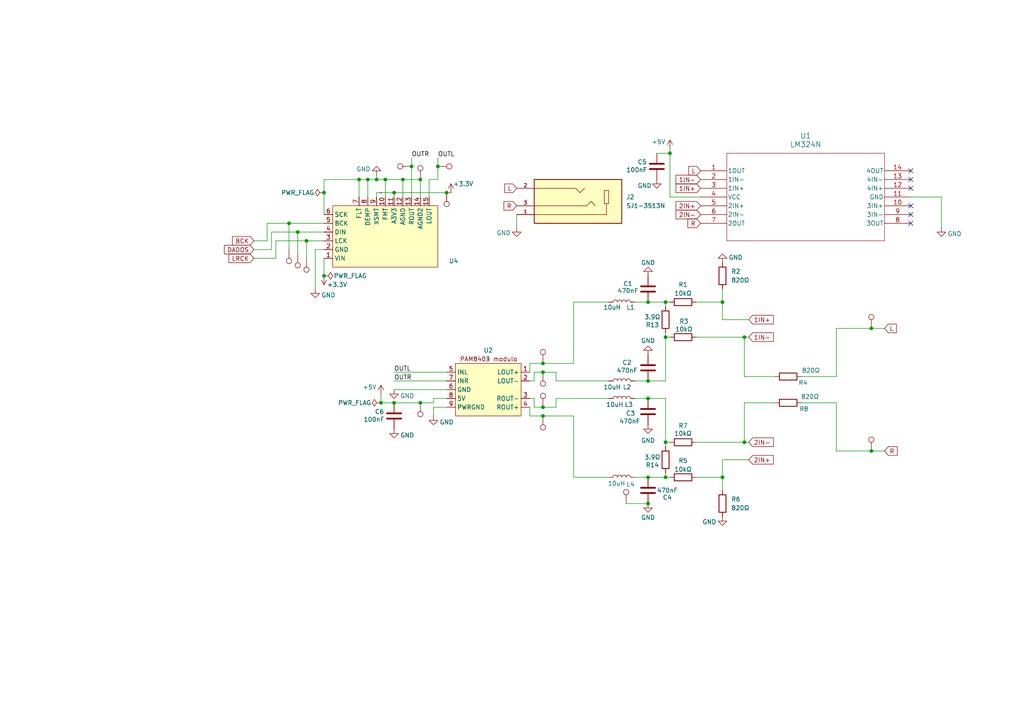
<source format=kicad_sch>
(kicad_sch
	(version 20250114)
	(generator "eeschema")
	(generator_version "9.0")
	(uuid "d33c695c-9ced-4e7c-b382-2abf8278e1bb")
	(paper "A4")
	(lib_symbols
		(symbol "2025-06-02_20-27-01:LM324N"
			(pin_names
				(offset 0.254)
			)
			(exclude_from_sim no)
			(in_bom yes)
			(on_board yes)
			(property "Reference" "U"
				(at 30.48 10.16 0)
				(effects
					(font
						(size 1.524 1.524)
					)
				)
			)
			(property "Value" "LM324N"
				(at 30.48 7.62 0)
				(effects
					(font
						(size 1.524 1.524)
					)
				)
			)
			(property "Footprint" "N14"
				(at 0 0 0)
				(effects
					(font
						(size 1.27 1.27)
						(italic yes)
					)
					(hide yes)
				)
			)
			(property "Datasheet" "LM324N"
				(at 0 0 0)
				(effects
					(font
						(size 1.27 1.27)
						(italic yes)
					)
					(hide yes)
				)
			)
			(property "Description" ""
				(at 0 0 0)
				(effects
					(font
						(size 1.27 1.27)
					)
					(hide yes)
				)
			)
			(property "ki_locked" ""
				(at 0 0 0)
				(effects
					(font
						(size 1.27 1.27)
					)
				)
			)
			(property "ki_keywords" "LM324N"
				(at 0 0 0)
				(effects
					(font
						(size 1.27 1.27)
					)
					(hide yes)
				)
			)
			(property "ki_fp_filters" "N14"
				(at 0 0 0)
				(effects
					(font
						(size 1.27 1.27)
					)
					(hide yes)
				)
			)
			(symbol "LM324N_0_1"
				(polyline
					(pts
						(xy 7.62 5.08) (xy 7.62 -20.32)
					)
					(stroke
						(width 0.127)
						(type default)
					)
					(fill
						(type none)
					)
				)
				(polyline
					(pts
						(xy 7.62 -20.32) (xy 53.34 -20.32)
					)
					(stroke
						(width 0.127)
						(type default)
					)
					(fill
						(type none)
					)
				)
				(polyline
					(pts
						(xy 53.34 5.08) (xy 7.62 5.08)
					)
					(stroke
						(width 0.127)
						(type default)
					)
					(fill
						(type none)
					)
				)
				(polyline
					(pts
						(xy 53.34 -20.32) (xy 53.34 5.08)
					)
					(stroke
						(width 0.127)
						(type default)
					)
					(fill
						(type none)
					)
				)
				(pin output line
					(at 0 0 0)
					(length 7.62)
					(name "1OUT"
						(effects
							(font
								(size 1.27 1.27)
							)
						)
					)
					(number "1"
						(effects
							(font
								(size 1.27 1.27)
							)
						)
					)
				)
				(pin input line
					(at 0 -2.54 0)
					(length 7.62)
					(name "1IN-"
						(effects
							(font
								(size 1.27 1.27)
							)
						)
					)
					(number "2"
						(effects
							(font
								(size 1.27 1.27)
							)
						)
					)
				)
				(pin input line
					(at 0 -5.08 0)
					(length 7.62)
					(name "1IN+"
						(effects
							(font
								(size 1.27 1.27)
							)
						)
					)
					(number "3"
						(effects
							(font
								(size 1.27 1.27)
							)
						)
					)
				)
				(pin power_in line
					(at 0 -7.62 0)
					(length 7.62)
					(name "VCC"
						(effects
							(font
								(size 1.27 1.27)
							)
						)
					)
					(number "4"
						(effects
							(font
								(size 1.27 1.27)
							)
						)
					)
				)
				(pin input line
					(at 0 -10.16 0)
					(length 7.62)
					(name "2IN+"
						(effects
							(font
								(size 1.27 1.27)
							)
						)
					)
					(number "5"
						(effects
							(font
								(size 1.27 1.27)
							)
						)
					)
				)
				(pin input line
					(at 0 -12.7 0)
					(length 7.62)
					(name "2IN-"
						(effects
							(font
								(size 1.27 1.27)
							)
						)
					)
					(number "6"
						(effects
							(font
								(size 1.27 1.27)
							)
						)
					)
				)
				(pin output line
					(at 0 -15.24 0)
					(length 7.62)
					(name "2OUT"
						(effects
							(font
								(size 1.27 1.27)
							)
						)
					)
					(number "7"
						(effects
							(font
								(size 1.27 1.27)
							)
						)
					)
				)
				(pin output line
					(at 60.96 0 180)
					(length 7.62)
					(name "4OUT"
						(effects
							(font
								(size 1.27 1.27)
							)
						)
					)
					(number "14"
						(effects
							(font
								(size 1.27 1.27)
							)
						)
					)
				)
				(pin input line
					(at 60.96 -2.54 180)
					(length 7.62)
					(name "4IN-"
						(effects
							(font
								(size 1.27 1.27)
							)
						)
					)
					(number "13"
						(effects
							(font
								(size 1.27 1.27)
							)
						)
					)
				)
				(pin input line
					(at 60.96 -5.08 180)
					(length 7.62)
					(name "4IN+"
						(effects
							(font
								(size 1.27 1.27)
							)
						)
					)
					(number "12"
						(effects
							(font
								(size 1.27 1.27)
							)
						)
					)
				)
				(pin power_in line
					(at 60.96 -7.62 180)
					(length 7.62)
					(name "GND"
						(effects
							(font
								(size 1.27 1.27)
							)
						)
					)
					(number "11"
						(effects
							(font
								(size 1.27 1.27)
							)
						)
					)
				)
				(pin input line
					(at 60.96 -10.16 180)
					(length 7.62)
					(name "3IN+"
						(effects
							(font
								(size 1.27 1.27)
							)
						)
					)
					(number "10"
						(effects
							(font
								(size 1.27 1.27)
							)
						)
					)
				)
				(pin input line
					(at 60.96 -12.7 180)
					(length 7.62)
					(name "3IN-"
						(effects
							(font
								(size 1.27 1.27)
							)
						)
					)
					(number "9"
						(effects
							(font
								(size 1.27 1.27)
							)
						)
					)
				)
				(pin output line
					(at 60.96 -15.24 180)
					(length 7.62)
					(name "3OUT"
						(effects
							(font
								(size 1.27 1.27)
							)
						)
					)
					(number "8"
						(effects
							(font
								(size 1.27 1.27)
							)
						)
					)
				)
			)
			(embedded_fonts no)
		)
		(symbol "Connector:TestPoint"
			(pin_numbers
				(hide yes)
			)
			(pin_names
				(offset 0.762)
				(hide yes)
			)
			(exclude_from_sim no)
			(in_bom yes)
			(on_board yes)
			(property "Reference" "TP"
				(at 0 6.858 0)
				(effects
					(font
						(size 1.27 1.27)
					)
				)
			)
			(property "Value" "TestPoint"
				(at 0 5.08 0)
				(effects
					(font
						(size 1.27 1.27)
					)
				)
			)
			(property "Footprint" ""
				(at 5.08 0 0)
				(effects
					(font
						(size 1.27 1.27)
					)
					(hide yes)
				)
			)
			(property "Datasheet" "~"
				(at 5.08 0 0)
				(effects
					(font
						(size 1.27 1.27)
					)
					(hide yes)
				)
			)
			(property "Description" "test point"
				(at 0 0 0)
				(effects
					(font
						(size 1.27 1.27)
					)
					(hide yes)
				)
			)
			(property "ki_keywords" "test point tp"
				(at 0 0 0)
				(effects
					(font
						(size 1.27 1.27)
					)
					(hide yes)
				)
			)
			(property "ki_fp_filters" "Pin* Test*"
				(at 0 0 0)
				(effects
					(font
						(size 1.27 1.27)
					)
					(hide yes)
				)
			)
			(symbol "TestPoint_0_1"
				(circle
					(center 0 3.302)
					(radius 0.762)
					(stroke
						(width 0)
						(type default)
					)
					(fill
						(type none)
					)
				)
			)
			(symbol "TestPoint_1_1"
				(pin passive line
					(at 0 0 90)
					(length 2.54)
					(name "1"
						(effects
							(font
								(size 1.27 1.27)
							)
						)
					)
					(number "1"
						(effects
							(font
								(size 1.27 1.27)
							)
						)
					)
				)
			)
			(embedded_fonts no)
		)
		(symbol "Device:C"
			(pin_numbers
				(hide yes)
			)
			(pin_names
				(offset 0.254)
			)
			(exclude_from_sim no)
			(in_bom yes)
			(on_board yes)
			(property "Reference" "C"
				(at 0.635 2.54 0)
				(effects
					(font
						(size 1.27 1.27)
					)
					(justify left)
				)
			)
			(property "Value" "C"
				(at 0.635 -2.54 0)
				(effects
					(font
						(size 1.27 1.27)
					)
					(justify left)
				)
			)
			(property "Footprint" ""
				(at 0.9652 -3.81 0)
				(effects
					(font
						(size 1.27 1.27)
					)
					(hide yes)
				)
			)
			(property "Datasheet" "~"
				(at 0 0 0)
				(effects
					(font
						(size 1.27 1.27)
					)
					(hide yes)
				)
			)
			(property "Description" "Unpolarized capacitor"
				(at 0 0 0)
				(effects
					(font
						(size 1.27 1.27)
					)
					(hide yes)
				)
			)
			(property "ki_keywords" "cap capacitor"
				(at 0 0 0)
				(effects
					(font
						(size 1.27 1.27)
					)
					(hide yes)
				)
			)
			(property "ki_fp_filters" "C_*"
				(at 0 0 0)
				(effects
					(font
						(size 1.27 1.27)
					)
					(hide yes)
				)
			)
			(symbol "C_0_1"
				(polyline
					(pts
						(xy -2.032 0.762) (xy 2.032 0.762)
					)
					(stroke
						(width 0.508)
						(type default)
					)
					(fill
						(type none)
					)
				)
				(polyline
					(pts
						(xy -2.032 -0.762) (xy 2.032 -0.762)
					)
					(stroke
						(width 0.508)
						(type default)
					)
					(fill
						(type none)
					)
				)
			)
			(symbol "C_1_1"
				(pin passive line
					(at 0 3.81 270)
					(length 2.794)
					(name "~"
						(effects
							(font
								(size 1.27 1.27)
							)
						)
					)
					(number "1"
						(effects
							(font
								(size 1.27 1.27)
							)
						)
					)
				)
				(pin passive line
					(at 0 -3.81 90)
					(length 2.794)
					(name "~"
						(effects
							(font
								(size 1.27 1.27)
							)
						)
					)
					(number "2"
						(effects
							(font
								(size 1.27 1.27)
							)
						)
					)
				)
			)
			(embedded_fonts no)
		)
		(symbol "Device:L"
			(pin_numbers
				(hide yes)
			)
			(pin_names
				(offset 1.016)
				(hide yes)
			)
			(exclude_from_sim no)
			(in_bom yes)
			(on_board yes)
			(property "Reference" "L"
				(at -1.27 0 90)
				(effects
					(font
						(size 1.27 1.27)
					)
				)
			)
			(property "Value" "L"
				(at 1.905 0 90)
				(effects
					(font
						(size 1.27 1.27)
					)
				)
			)
			(property "Footprint" ""
				(at 0 0 0)
				(effects
					(font
						(size 1.27 1.27)
					)
					(hide yes)
				)
			)
			(property "Datasheet" "~"
				(at 0 0 0)
				(effects
					(font
						(size 1.27 1.27)
					)
					(hide yes)
				)
			)
			(property "Description" "Inductor"
				(at 0 0 0)
				(effects
					(font
						(size 1.27 1.27)
					)
					(hide yes)
				)
			)
			(property "ki_keywords" "inductor choke coil reactor magnetic"
				(at 0 0 0)
				(effects
					(font
						(size 1.27 1.27)
					)
					(hide yes)
				)
			)
			(property "ki_fp_filters" "Choke_* *Coil* Inductor_* L_*"
				(at 0 0 0)
				(effects
					(font
						(size 1.27 1.27)
					)
					(hide yes)
				)
			)
			(symbol "L_0_1"
				(arc
					(start 0 2.54)
					(mid 0.6323 1.905)
					(end 0 1.27)
					(stroke
						(width 0)
						(type default)
					)
					(fill
						(type none)
					)
				)
				(arc
					(start 0 1.27)
					(mid 0.6323 0.635)
					(end 0 0)
					(stroke
						(width 0)
						(type default)
					)
					(fill
						(type none)
					)
				)
				(arc
					(start 0 0)
					(mid 0.6323 -0.635)
					(end 0 -1.27)
					(stroke
						(width 0)
						(type default)
					)
					(fill
						(type none)
					)
				)
				(arc
					(start 0 -1.27)
					(mid 0.6323 -1.905)
					(end 0 -2.54)
					(stroke
						(width 0)
						(type default)
					)
					(fill
						(type none)
					)
				)
			)
			(symbol "L_1_1"
				(pin passive line
					(at 0 3.81 270)
					(length 1.27)
					(name "1"
						(effects
							(font
								(size 1.27 1.27)
							)
						)
					)
					(number "1"
						(effects
							(font
								(size 1.27 1.27)
							)
						)
					)
				)
				(pin passive line
					(at 0 -3.81 90)
					(length 1.27)
					(name "2"
						(effects
							(font
								(size 1.27 1.27)
							)
						)
					)
					(number "2"
						(effects
							(font
								(size 1.27 1.27)
							)
						)
					)
				)
			)
			(embedded_fonts no)
		)
		(symbol "Device:R"
			(pin_numbers
				(hide yes)
			)
			(pin_names
				(offset 0)
			)
			(exclude_from_sim no)
			(in_bom yes)
			(on_board yes)
			(property "Reference" "R"
				(at 2.032 0 90)
				(effects
					(font
						(size 1.27 1.27)
					)
				)
			)
			(property "Value" "R"
				(at 0 0 90)
				(effects
					(font
						(size 1.27 1.27)
					)
				)
			)
			(property "Footprint" ""
				(at -1.778 0 90)
				(effects
					(font
						(size 1.27 1.27)
					)
					(hide yes)
				)
			)
			(property "Datasheet" "~"
				(at 0 0 0)
				(effects
					(font
						(size 1.27 1.27)
					)
					(hide yes)
				)
			)
			(property "Description" "Resistor"
				(at 0 0 0)
				(effects
					(font
						(size 1.27 1.27)
					)
					(hide yes)
				)
			)
			(property "ki_keywords" "R res resistor"
				(at 0 0 0)
				(effects
					(font
						(size 1.27 1.27)
					)
					(hide yes)
				)
			)
			(property "ki_fp_filters" "R_*"
				(at 0 0 0)
				(effects
					(font
						(size 1.27 1.27)
					)
					(hide yes)
				)
			)
			(symbol "R_0_1"
				(rectangle
					(start -1.016 -2.54)
					(end 1.016 2.54)
					(stroke
						(width 0.254)
						(type default)
					)
					(fill
						(type none)
					)
				)
			)
			(symbol "R_1_1"
				(pin passive line
					(at 0 3.81 270)
					(length 1.27)
					(name "~"
						(effects
							(font
								(size 1.27 1.27)
							)
						)
					)
					(number "1"
						(effects
							(font
								(size 1.27 1.27)
							)
						)
					)
				)
				(pin passive line
					(at 0 -3.81 90)
					(length 1.27)
					(name "~"
						(effects
							(font
								(size 1.27 1.27)
							)
						)
					)
					(number "2"
						(effects
							(font
								(size 1.27 1.27)
							)
						)
					)
				)
			)
			(embedded_fonts no)
		)
		(symbol "SJ1-3513N:SJ1-3513N"
			(pin_names
				(offset 1.016)
				(hide yes)
			)
			(exclude_from_sim no)
			(in_bom yes)
			(on_board yes)
			(property "Reference" "J"
				(at -12.7254 7.62 0)
				(effects
					(font
						(size 1.27 1.27)
					)
					(justify left bottom)
				)
			)
			(property "Value" "SJ1-3513N"
				(at -12.7254 -12.7254 0)
				(effects
					(font
						(size 1.27 1.27)
					)
					(justify left bottom)
				)
			)
			(property "Footprint" "CUI_SJ1-3513N"
				(at 0 0 0)
				(effects
					(font
						(size 1.27 1.27)
					)
					(justify left bottom)
					(hide yes)
				)
			)
			(property "Datasheet" ""
				(at 0 0 0)
				(effects
					(font
						(size 1.27 1.27)
					)
					(justify left bottom)
					(hide yes)
				)
			)
			(property "Description" ""
				(at 0 0 0)
				(effects
					(font
						(size 1.27 1.27)
					)
					(hide yes)
				)
			)
			(property "PARTREV" "1.02"
				(at 0 0 0)
				(effects
					(font
						(size 1.27 1.27)
					)
					(justify left bottom)
					(hide yes)
				)
			)
			(property "STANDARD" "Manufacturer recommendation"
				(at 0 0 0)
				(effects
					(font
						(size 1.27 1.27)
					)
					(justify left bottom)
					(hide yes)
				)
			)
			(property "MANUFACTURER" "CUI"
				(at 0 0 0)
				(effects
					(font
						(size 1.27 1.27)
					)
					(justify left bottom)
					(hide yes)
				)
			)
			(property "ki_locked" ""
				(at 0 0 0)
				(effects
					(font
						(size 1.27 1.27)
					)
				)
			)
			(symbol "SJ1-3513N_0_0"
				(rectangle
					(start -12.7 -7.62)
					(end 12.7 5.08)
					(stroke
						(width 0.254)
						(type solid)
					)
					(fill
						(type background)
					)
				)
				(polyline
					(pts
						(xy -8.89 -0.635) (xy -8.89 -4.445)
					)
					(stroke
						(width 0.1524)
						(type solid)
					)
					(fill
						(type none)
					)
				)
				(polyline
					(pts
						(xy -8.89 -4.445) (xy -7.62 -4.445)
					)
					(stroke
						(width 0.1524)
						(type solid)
					)
					(fill
						(type none)
					)
				)
				(polyline
					(pts
						(xy -8.255 2.54) (xy -8.255 -0.635)
					)
					(stroke
						(width 0.1524)
						(type solid)
					)
					(fill
						(type none)
					)
				)
				(polyline
					(pts
						(xy -8.255 -0.635) (xy -8.89 -0.635)
					)
					(stroke
						(width 0.1524)
						(type solid)
					)
					(fill
						(type none)
					)
				)
				(polyline
					(pts
						(xy -7.62 -0.635) (xy -8.255 -0.635)
					)
					(stroke
						(width 0.1524)
						(type solid)
					)
					(fill
						(type none)
					)
				)
				(polyline
					(pts
						(xy -7.62 -4.445) (xy -7.62 -0.635)
					)
					(stroke
						(width 0.1524)
						(type solid)
					)
					(fill
						(type none)
					)
				)
				(polyline
					(pts
						(xy -3.81 -1.27) (xy -5.08 0)
					)
					(stroke
						(width 0.1524)
						(type solid)
					)
					(fill
						(type none)
					)
				)
				(polyline
					(pts
						(xy -2.54 0) (xy -3.81 -1.27)
					)
					(stroke
						(width 0.1524)
						(type solid)
					)
					(fill
						(type none)
					)
				)
				(polyline
					(pts
						(xy -0.635 -3.81) (xy -1.905 -5.08)
					)
					(stroke
						(width 0.1524)
						(type solid)
					)
					(fill
						(type none)
					)
				)
				(polyline
					(pts
						(xy 0.635 -5.08) (xy -0.635 -3.81)
					)
					(stroke
						(width 0.1524)
						(type solid)
					)
					(fill
						(type none)
					)
				)
				(polyline
					(pts
						(xy 12.7 2.54) (xy -8.255 2.54)
					)
					(stroke
						(width 0.1524)
						(type solid)
					)
					(fill
						(type none)
					)
				)
				(polyline
					(pts
						(xy 12.7 0) (xy -2.54 0)
					)
					(stroke
						(width 0.1524)
						(type solid)
					)
					(fill
						(type none)
					)
				)
				(polyline
					(pts
						(xy 12.7 -5.08) (xy 0.635 -5.08)
					)
					(stroke
						(width 0.1524)
						(type solid)
					)
					(fill
						(type none)
					)
				)
				(pin passive line
					(at 17.78 2.54 180)
					(length 5.08)
					(name "~"
						(effects
							(font
								(size 1.016 1.016)
							)
						)
					)
					(number "1"
						(effects
							(font
								(size 1.016 1.016)
							)
						)
					)
				)
				(pin passive line
					(at 17.78 0 180)
					(length 5.08)
					(name "~"
						(effects
							(font
								(size 1.016 1.016)
							)
						)
					)
					(number "3"
						(effects
							(font
								(size 1.016 1.016)
							)
						)
					)
				)
				(pin passive line
					(at 17.78 -5.08 180)
					(length 5.08)
					(name "~"
						(effects
							(font
								(size 1.016 1.016)
							)
						)
					)
					(number "2"
						(effects
							(font
								(size 1.016 1.016)
							)
						)
					)
				)
			)
			(embedded_fonts no)
		)
		(symbol "Symbology:MODULOPcm5102a"
			(exclude_from_sim no)
			(in_bom yes)
			(on_board yes)
			(property "Reference" "U4"
				(at 37.592 3.048 0)
				(effects
					(font
						(size 1.27 1.27)
					)
				)
			)
			(property "Value" "~"
				(at 16.51 22.86 0)
				(effects
					(font
						(size 1.27 1.27)
					)
				)
			)
			(property "Footprint" ""
				(at 0 0 0)
				(effects
					(font
						(size 1.27 1.27)
					)
					(hide yes)
				)
			)
			(property "Datasheet" ""
				(at 0 0 0)
				(effects
					(font
						(size 1.27 1.27)
					)
					(hide yes)
				)
			)
			(property "Description" ""
				(at 0 0 0)
				(effects
					(font
						(size 1.27 1.27)
					)
					(hide yes)
				)
			)
			(symbol "MODULOPcm5102a_1_1"
				(rectangle
					(start 2.54 19.05)
					(end 33.02 1.27)
					(stroke
						(width 0)
						(type solid)
					)
					(fill
						(type background)
					)
				)
				(pin input line
					(at 0 16.51 0)
					(length 2.54)
					(name "SCK"
						(effects
							(font
								(size 1.27 1.27)
							)
						)
					)
					(number "6"
						(effects
							(font
								(size 1.27 1.27)
							)
						)
					)
				)
				(pin input line
					(at 0 13.97 0)
					(length 2.54)
					(name "BCK"
						(effects
							(font
								(size 1.27 1.27)
							)
						)
					)
					(number "5"
						(effects
							(font
								(size 1.27 1.27)
							)
						)
					)
				)
				(pin input line
					(at 0 11.43 0)
					(length 2.54)
					(name "DIN"
						(effects
							(font
								(size 1.27 1.27)
							)
						)
					)
					(number "4"
						(effects
							(font
								(size 1.27 1.27)
							)
						)
					)
				)
				(pin input line
					(at 0 8.89 0)
					(length 2.54)
					(name "LCK"
						(effects
							(font
								(size 1.27 1.27)
							)
						)
					)
					(number "3"
						(effects
							(font
								(size 1.27 1.27)
							)
						)
					)
				)
				(pin power_in line
					(at 0 6.35 0)
					(length 2.54)
					(name "GND"
						(effects
							(font
								(size 1.27 1.27)
							)
						)
					)
					(number "2"
						(effects
							(font
								(size 1.27 1.27)
							)
						)
					)
				)
				(pin power_in line
					(at 0 3.81 0)
					(length 2.54)
					(name "VIN"
						(effects
							(font
								(size 1.27 1.27)
							)
						)
					)
					(number "1"
						(effects
							(font
								(size 1.27 1.27)
							)
						)
					)
				)
				(pin passive line
					(at 10.16 21.59 270)
					(length 2.54)
					(name "FLT"
						(effects
							(font
								(size 1.27 1.27)
							)
						)
					)
					(number "7"
						(effects
							(font
								(size 1.27 1.27)
							)
						)
					)
				)
				(pin passive line
					(at 12.7 21.59 270)
					(length 2.54)
					(name "DEMP"
						(effects
							(font
								(size 1.27 1.27)
							)
						)
					)
					(number "8"
						(effects
							(font
								(size 1.27 1.27)
							)
						)
					)
				)
				(pin passive line
					(at 15.24 21.59 270)
					(length 2.54)
					(name "XSMT"
						(effects
							(font
								(size 1.27 1.27)
							)
						)
					)
					(number "9"
						(effects
							(font
								(size 1.27 1.27)
							)
						)
					)
				)
				(pin passive line
					(at 17.78 21.59 270)
					(length 2.54)
					(name "FMT"
						(effects
							(font
								(size 1.27 1.27)
							)
						)
					)
					(number "10"
						(effects
							(font
								(size 1.27 1.27)
							)
						)
					)
				)
				(pin passive line
					(at 20.32 21.59 270)
					(length 2.54)
					(name "A3V3"
						(effects
							(font
								(size 1.27 1.27)
							)
						)
					)
					(number "11"
						(effects
							(font
								(size 1.27 1.27)
							)
						)
					)
				)
				(pin passive line
					(at 22.86 21.59 270)
					(length 2.54)
					(name "AGND"
						(effects
							(font
								(size 1.27 1.27)
							)
						)
					)
					(number "12"
						(effects
							(font
								(size 1.27 1.27)
							)
						)
					)
				)
				(pin passive line
					(at 25.4 21.59 270)
					(length 2.54)
					(name "ROUT"
						(effects
							(font
								(size 1.27 1.27)
							)
						)
					)
					(number "13"
						(effects
							(font
								(size 1.27 1.27)
							)
						)
					)
				)
				(pin passive line
					(at 27.94 21.59 270)
					(length 2.54)
					(name "AGND2"
						(effects
							(font
								(size 1.27 1.27)
							)
						)
					)
					(number "14"
						(effects
							(font
								(size 1.27 1.27)
							)
						)
					)
				)
				(pin passive line
					(at 30.48 21.59 270)
					(length 2.54)
					(name "LOUT"
						(effects
							(font
								(size 1.27 1.27)
							)
						)
					)
					(number "15"
						(effects
							(font
								(size 1.27 1.27)
							)
						)
					)
				)
			)
			(embedded_fonts no)
		)
		(symbol "Symbology:ModuloPAM8403"
			(exclude_from_sim no)
			(in_bom yes)
			(on_board yes)
			(property "Reference" "U2"
				(at 3.175 21.59 0)
				(effects
					(font
						(size 1.27 1.27)
					)
				)
			)
			(property "Value" "~"
				(at 3.175 19.05 0)
				(effects
					(font
						(size 1.27 1.27)
					)
				)
			)
			(property "Footprint" ""
				(at 0 0 0)
				(effects
					(font
						(size 1.27 1.27)
					)
					(hide yes)
				)
			)
			(property "Datasheet" ""
				(at 0 0 0)
				(effects
					(font
						(size 1.27 1.27)
					)
					(hide yes)
				)
			)
			(property "Description" ""
				(at 0 0 0)
				(effects
					(font
						(size 1.27 1.27)
					)
					(hide yes)
				)
			)
			(symbol "ModuloPAM8403_1_1"
				(rectangle
					(start -6.35 17.78)
					(end 12.7 2.54)
					(stroke
						(width 0)
						(type solid)
					)
					(fill
						(type background)
					)
				)
				(text "PAM8403 modulo\n"
					(at 3.302 19.05 0)
					(effects
						(font
							(size 1.27 1.27)
						)
					)
				)
				(pin input line
					(at -8.89 15.24 0)
					(length 2.54)
					(name "INL"
						(effects
							(font
								(size 1.27 1.27)
							)
						)
					)
					(number "5"
						(effects
							(font
								(size 1.27 1.27)
							)
						)
					)
				)
				(pin input line
					(at -8.89 12.7 0)
					(length 2.54)
					(name "INR"
						(effects
							(font
								(size 1.27 1.27)
							)
						)
					)
					(number "7"
						(effects
							(font
								(size 1.27 1.27)
							)
						)
					)
				)
				(pin passive line
					(at -8.89 10.16 0)
					(length 2.54)
					(name "GND"
						(effects
							(font
								(size 1.27 1.27)
							)
						)
					)
					(number "6"
						(effects
							(font
								(size 1.27 1.27)
							)
						)
					)
				)
				(pin power_in line
					(at -8.89 7.62 0)
					(length 2.54)
					(name "5V"
						(effects
							(font
								(size 1.27 1.27)
							)
						)
					)
					(number "8"
						(effects
							(font
								(size 1.27 1.27)
							)
						)
					)
				)
				(pin power_in line
					(at -8.89 5.08 0)
					(length 2.54)
					(name "PWRGND"
						(effects
							(font
								(size 1.27 1.27)
							)
						)
					)
					(number "9"
						(effects
							(font
								(size 1.27 1.27)
							)
						)
					)
				)
				(pin output line
					(at 15.24 15.24 180)
					(length 2.54)
					(name "LOUT+"
						(effects
							(font
								(size 1.27 1.27)
							)
						)
					)
					(number "1"
						(effects
							(font
								(size 1.27 1.27)
							)
						)
					)
				)
				(pin output line
					(at 15.24 12.7 180)
					(length 2.54)
					(name "LOUT-"
						(effects
							(font
								(size 1.27 1.27)
							)
						)
					)
					(number "2"
						(effects
							(font
								(size 1.27 1.27)
							)
						)
					)
				)
				(pin output line
					(at 15.24 7.62 180)
					(length 2.54)
					(name "ROUT-"
						(effects
							(font
								(size 1.27 1.27)
							)
						)
					)
					(number "3"
						(effects
							(font
								(size 1.27 1.27)
							)
						)
					)
				)
				(pin output line
					(at 15.24 5.08 180)
					(length 2.54)
					(name "ROUT+"
						(effects
							(font
								(size 1.27 1.27)
							)
						)
					)
					(number "4"
						(effects
							(font
								(size 1.27 1.27)
							)
						)
					)
				)
			)
			(embedded_fonts no)
		)
		(symbol "power:+3.3V"
			(power)
			(pin_numbers
				(hide yes)
			)
			(pin_names
				(offset 0)
				(hide yes)
			)
			(exclude_from_sim no)
			(in_bom yes)
			(on_board yes)
			(property "Reference" "#PWR"
				(at 0 -3.81 0)
				(effects
					(font
						(size 1.27 1.27)
					)
					(hide yes)
				)
			)
			(property "Value" "+3.3V"
				(at 0 3.556 0)
				(effects
					(font
						(size 1.27 1.27)
					)
				)
			)
			(property "Footprint" ""
				(at 0 0 0)
				(effects
					(font
						(size 1.27 1.27)
					)
					(hide yes)
				)
			)
			(property "Datasheet" ""
				(at 0 0 0)
				(effects
					(font
						(size 1.27 1.27)
					)
					(hide yes)
				)
			)
			(property "Description" "Power symbol creates a global label with name \"+3.3V\""
				(at 0 0 0)
				(effects
					(font
						(size 1.27 1.27)
					)
					(hide yes)
				)
			)
			(property "ki_keywords" "global power"
				(at 0 0 0)
				(effects
					(font
						(size 1.27 1.27)
					)
					(hide yes)
				)
			)
			(symbol "+3.3V_0_1"
				(polyline
					(pts
						(xy -0.762 1.27) (xy 0 2.54)
					)
					(stroke
						(width 0)
						(type default)
					)
					(fill
						(type none)
					)
				)
				(polyline
					(pts
						(xy 0 2.54) (xy 0.762 1.27)
					)
					(stroke
						(width 0)
						(type default)
					)
					(fill
						(type none)
					)
				)
				(polyline
					(pts
						(xy 0 0) (xy 0 2.54)
					)
					(stroke
						(width 0)
						(type default)
					)
					(fill
						(type none)
					)
				)
			)
			(symbol "+3.3V_1_1"
				(pin power_in line
					(at 0 0 90)
					(length 0)
					(name "~"
						(effects
							(font
								(size 1.27 1.27)
							)
						)
					)
					(number "1"
						(effects
							(font
								(size 1.27 1.27)
							)
						)
					)
				)
			)
			(embedded_fonts no)
		)
		(symbol "power:+5V"
			(power)
			(pin_numbers
				(hide yes)
			)
			(pin_names
				(offset 0)
				(hide yes)
			)
			(exclude_from_sim no)
			(in_bom yes)
			(on_board yes)
			(property "Reference" "#PWR"
				(at 0 -3.81 0)
				(effects
					(font
						(size 1.27 1.27)
					)
					(hide yes)
				)
			)
			(property "Value" "+5V"
				(at 0 3.556 0)
				(effects
					(font
						(size 1.27 1.27)
					)
				)
			)
			(property "Footprint" ""
				(at 0 0 0)
				(effects
					(font
						(size 1.27 1.27)
					)
					(hide yes)
				)
			)
			(property "Datasheet" ""
				(at 0 0 0)
				(effects
					(font
						(size 1.27 1.27)
					)
					(hide yes)
				)
			)
			(property "Description" "Power symbol creates a global label with name \"+5V\""
				(at 0 0 0)
				(effects
					(font
						(size 1.27 1.27)
					)
					(hide yes)
				)
			)
			(property "ki_keywords" "global power"
				(at 0 0 0)
				(effects
					(font
						(size 1.27 1.27)
					)
					(hide yes)
				)
			)
			(symbol "+5V_0_1"
				(polyline
					(pts
						(xy -0.762 1.27) (xy 0 2.54)
					)
					(stroke
						(width 0)
						(type default)
					)
					(fill
						(type none)
					)
				)
				(polyline
					(pts
						(xy 0 2.54) (xy 0.762 1.27)
					)
					(stroke
						(width 0)
						(type default)
					)
					(fill
						(type none)
					)
				)
				(polyline
					(pts
						(xy 0 0) (xy 0 2.54)
					)
					(stroke
						(width 0)
						(type default)
					)
					(fill
						(type none)
					)
				)
			)
			(symbol "+5V_1_1"
				(pin power_in line
					(at 0 0 90)
					(length 0)
					(name "~"
						(effects
							(font
								(size 1.27 1.27)
							)
						)
					)
					(number "1"
						(effects
							(font
								(size 1.27 1.27)
							)
						)
					)
				)
			)
			(embedded_fonts no)
		)
		(symbol "power:GND"
			(power)
			(pin_numbers
				(hide yes)
			)
			(pin_names
				(offset 0)
				(hide yes)
			)
			(exclude_from_sim no)
			(in_bom yes)
			(on_board yes)
			(property "Reference" "#PWR"
				(at 0 -6.35 0)
				(effects
					(font
						(size 1.27 1.27)
					)
					(hide yes)
				)
			)
			(property "Value" "GND"
				(at 0 -3.81 0)
				(effects
					(font
						(size 1.27 1.27)
					)
				)
			)
			(property "Footprint" ""
				(at 0 0 0)
				(effects
					(font
						(size 1.27 1.27)
					)
					(hide yes)
				)
			)
			(property "Datasheet" ""
				(at 0 0 0)
				(effects
					(font
						(size 1.27 1.27)
					)
					(hide yes)
				)
			)
			(property "Description" "Power symbol creates a global label with name \"GND\" , ground"
				(at 0 0 0)
				(effects
					(font
						(size 1.27 1.27)
					)
					(hide yes)
				)
			)
			(property "ki_keywords" "global power"
				(at 0 0 0)
				(effects
					(font
						(size 1.27 1.27)
					)
					(hide yes)
				)
			)
			(symbol "GND_0_1"
				(polyline
					(pts
						(xy 0 0) (xy 0 -1.27) (xy 1.27 -1.27) (xy 0 -2.54) (xy -1.27 -1.27) (xy 0 -1.27)
					)
					(stroke
						(width 0)
						(type default)
					)
					(fill
						(type none)
					)
				)
			)
			(symbol "GND_1_1"
				(pin power_in line
					(at 0 0 270)
					(length 0)
					(name "~"
						(effects
							(font
								(size 1.27 1.27)
							)
						)
					)
					(number "1"
						(effects
							(font
								(size 1.27 1.27)
							)
						)
					)
				)
			)
			(embedded_fonts no)
		)
		(symbol "power:PWR_FLAG"
			(power)
			(pin_numbers
				(hide yes)
			)
			(pin_names
				(offset 0)
				(hide yes)
			)
			(exclude_from_sim no)
			(in_bom yes)
			(on_board yes)
			(property "Reference" "#FLG"
				(at 0 1.905 0)
				(effects
					(font
						(size 1.27 1.27)
					)
					(hide yes)
				)
			)
			(property "Value" "PWR_FLAG"
				(at 0 3.81 0)
				(effects
					(font
						(size 1.27 1.27)
					)
				)
			)
			(property "Footprint" ""
				(at 0 0 0)
				(effects
					(font
						(size 1.27 1.27)
					)
					(hide yes)
				)
			)
			(property "Datasheet" "~"
				(at 0 0 0)
				(effects
					(font
						(size 1.27 1.27)
					)
					(hide yes)
				)
			)
			(property "Description" "Special symbol for telling ERC where power comes from"
				(at 0 0 0)
				(effects
					(font
						(size 1.27 1.27)
					)
					(hide yes)
				)
			)
			(property "ki_keywords" "flag power"
				(at 0 0 0)
				(effects
					(font
						(size 1.27 1.27)
					)
					(hide yes)
				)
			)
			(symbol "PWR_FLAG_0_0"
				(pin power_out line
					(at 0 0 90)
					(length 0)
					(name "~"
						(effects
							(font
								(size 1.27 1.27)
							)
						)
					)
					(number "1"
						(effects
							(font
								(size 1.27 1.27)
							)
						)
					)
				)
			)
			(symbol "PWR_FLAG_0_1"
				(polyline
					(pts
						(xy 0 0) (xy 0 1.27) (xy -1.016 1.905) (xy 0 2.54) (xy 1.016 1.905) (xy 0 1.27)
					)
					(stroke
						(width 0)
						(type default)
					)
					(fill
						(type none)
					)
				)
			)
			(embedded_fonts no)
		)
	)
	(junction
		(at 121.92 52.07)
		(diameter 0)
		(color 0 0 0 0)
		(uuid "01e1e61f-2bc6-46e4-979d-626cbb66d0dd")
	)
	(junction
		(at 157.48 120.65)
		(diameter 0)
		(color 0 0 0 0)
		(uuid "0ac58e1d-616f-4952-8819-8d1023fb0593")
	)
	(junction
		(at 157.48 105.41)
		(diameter 0)
		(color 0 0 0 0)
		(uuid "0cd21a2f-2c7c-491c-a7f8-777f93b2c8d5")
	)
	(junction
		(at 193.04 128.27)
		(diameter 0)
		(color 0 0 0 0)
		(uuid "12be8a61-071c-4281-92d0-5e42c9502cc8")
	)
	(junction
		(at 93.98 55.88)
		(diameter 0)
		(color 0 0 0 0)
		(uuid "14e2f025-a2ec-4691-9076-57ebb0c4dc62")
	)
	(junction
		(at 187.96 115.57)
		(diameter 0)
		(color 0 0 0 0)
		(uuid "174da4f7-d1fc-4856-8de0-fceee9a8e901")
	)
	(junction
		(at 121.92 116.84)
		(diameter 0)
		(color 0 0 0 0)
		(uuid "24deda71-4886-4488-8e34-0210fa4249e0")
	)
	(junction
		(at 193.04 97.79)
		(diameter 0)
		(color 0 0 0 0)
		(uuid "2afc263b-43de-416b-afc2-dfe1bb30beb4")
	)
	(junction
		(at 187.96 146.05)
		(diameter 0)
		(color 0 0 0 0)
		(uuid "31f6779b-0b78-4a62-bb73-cec8acfc36c9")
	)
	(junction
		(at 187.96 110.49)
		(diameter 0)
		(color 0 0 0 0)
		(uuid "3876aa04-8b41-49b6-b519-87b2a5f71f12")
	)
	(junction
		(at 129.54 55.88)
		(diameter 0)
		(color 0 0 0 0)
		(uuid "43b9ed59-619f-4096-aff5-dc529b8df868")
	)
	(junction
		(at 116.84 52.07)
		(diameter 0)
		(color 0 0 0 0)
		(uuid "44a5504f-6eb0-426a-a034-cf231a76d5aa")
	)
	(junction
		(at 193.04 87.63)
		(diameter 0)
		(color 0 0 0 0)
		(uuid "50f7e6a2-1ef7-48f0-82b4-c7cfaa171673")
	)
	(junction
		(at 114.3 116.84)
		(diameter 0)
		(color 0 0 0 0)
		(uuid "59e46d84-0233-43f8-baee-db5965c6526a")
	)
	(junction
		(at 194.31 44.45)
		(diameter 0)
		(color 0 0 0 0)
		(uuid "6a3438b9-c134-48a2-bff4-44e05f8a5fef")
	)
	(junction
		(at 119.38 48.26)
		(diameter 0)
		(color 0 0 0 0)
		(uuid "77f08c79-5892-4716-ad29-b6c8409f88ac")
	)
	(junction
		(at 157.48 118.11)
		(diameter 0)
		(color 0 0 0 0)
		(uuid "7e73f416-21bb-40f2-9a3d-26f3079d0617")
	)
	(junction
		(at 110.49 116.84)
		(diameter 0)
		(color 0 0 0 0)
		(uuid "7eec025a-a88e-41cb-8b13-c97a3cd188e2")
	)
	(junction
		(at 187.96 138.43)
		(diameter 0)
		(color 0 0 0 0)
		(uuid "8157763c-c25b-47c0-a9ca-f042aa873a6d")
	)
	(junction
		(at 209.55 87.63)
		(diameter 0)
		(color 0 0 0 0)
		(uuid "88410d7d-9686-4dd3-b2cb-e65c21824403")
	)
	(junction
		(at 88.9 69.85)
		(diameter 0)
		(color 0 0 0 0)
		(uuid "9c97c0f1-fea4-4229-a982-f6104cbd5ad8")
	)
	(junction
		(at 86.36 67.31)
		(diameter 0)
		(color 0 0 0 0)
		(uuid "a2479478-55cb-450a-8367-b1a81039827a")
	)
	(junction
		(at 83.82 64.77)
		(diameter 0)
		(color 0 0 0 0)
		(uuid "a4b7e54d-4dfc-4e60-b971-c6bbc4a7a668")
	)
	(junction
		(at 252.73 95.25)
		(diameter 0)
		(color 0 0 0 0)
		(uuid "a51fcda3-7bcf-486a-bbce-9d47b4b708c5")
	)
	(junction
		(at 114.3 55.88)
		(diameter 0)
		(color 0 0 0 0)
		(uuid "af4fd87f-0129-411d-8d06-1dc43f1a22ab")
	)
	(junction
		(at 215.9 128.27)
		(diameter 0)
		(color 0 0 0 0)
		(uuid "b631f76f-cebb-45fc-af45-e9a6aea855be")
	)
	(junction
		(at 127 48.26)
		(diameter 0)
		(color 0 0 0 0)
		(uuid "b690acdf-0b26-438b-9d44-55e6fa52cf48")
	)
	(junction
		(at 193.04 138.43)
		(diameter 0)
		(color 0 0 0 0)
		(uuid "bdba62af-9856-4d49-9dcc-d80373106d6e")
	)
	(junction
		(at 104.14 52.07)
		(diameter 0)
		(color 0 0 0 0)
		(uuid "c1fa4ea1-a232-4fd6-8763-7e3ab2a37cc1")
	)
	(junction
		(at 111.76 52.07)
		(diameter 0)
		(color 0 0 0 0)
		(uuid "c674cc8f-744c-445d-ae87-d78741a25b5a")
	)
	(junction
		(at 187.96 87.63)
		(diameter 0)
		(color 0 0 0 0)
		(uuid "cab865bc-9aea-40c8-ad0f-db70ff0b3411")
	)
	(junction
		(at 209.55 138.43)
		(diameter 0)
		(color 0 0 0 0)
		(uuid "d62c567f-4c27-4f39-ae2b-8390cb4d9c6a")
	)
	(junction
		(at 93.98 80.01)
		(diameter 0)
		(color 0 0 0 0)
		(uuid "dc766b4a-d019-455d-b79a-59f8d67827dd")
	)
	(junction
		(at 252.73 130.81)
		(diameter 0)
		(color 0 0 0 0)
		(uuid "e76102fc-1491-4fca-b8fd-984ae99ec398")
	)
	(junction
		(at 106.68 52.07)
		(diameter 0)
		(color 0 0 0 0)
		(uuid "e9ccd514-3c35-4586-86d6-542aff2c991b")
	)
	(junction
		(at 215.9 97.79)
		(diameter 0)
		(color 0 0 0 0)
		(uuid "f5d96ad3-8f3a-4950-b39c-923bc7d77d18")
	)
	(junction
		(at 157.48 107.95)
		(diameter 0)
		(color 0 0 0 0)
		(uuid "ff4252a3-763c-4715-a1fa-67aa768525df")
	)
	(junction
		(at 109.22 52.07)
		(diameter 0)
		(color 0 0 0 0)
		(uuid "ff5c0513-3068-42fe-b500-719713999302")
	)
	(no_connect
		(at 264.16 59.69)
		(uuid "0c9f9009-f0f5-4f8c-8279-8bcec6b9c996")
	)
	(no_connect
		(at 264.16 54.61)
		(uuid "330ee185-bb94-4efa-802d-ba2614bbcd2e")
	)
	(no_connect
		(at 264.16 52.07)
		(uuid "5e5b4078-5442-4dd5-8fda-d3c828f5c379")
	)
	(no_connect
		(at 264.16 64.77)
		(uuid "62d97772-6d38-4a90-ad73-1aa9527cfb7e")
	)
	(no_connect
		(at 264.16 49.53)
		(uuid "c5c72935-2f5f-4c00-9afc-80b22b295be4")
	)
	(no_connect
		(at 264.16 62.23)
		(uuid "ef67eb0a-a854-40a4-88ae-38f9f43569ac")
	)
	(wire
		(pts
			(xy 242.57 116.84) (xy 232.41 116.84)
		)
		(stroke
			(width 0)
			(type default)
		)
		(uuid "036f588a-78ea-425f-8ac2-bdac684e81cd")
	)
	(wire
		(pts
			(xy 106.68 52.07) (xy 109.22 52.07)
		)
		(stroke
			(width 0)
			(type default)
		)
		(uuid "038baa23-6c90-4268-9b2c-f85cf99f5e4b")
	)
	(wire
		(pts
			(xy 114.3 55.88) (xy 109.22 55.88)
		)
		(stroke
			(width 0)
			(type default)
		)
		(uuid "05a1d573-6472-45e7-91e0-ff85bf9e2147")
	)
	(wire
		(pts
			(xy 127 52.07) (xy 124.46 52.07)
		)
		(stroke
			(width 0)
			(type default)
		)
		(uuid "0b7a0bbf-eaad-4b5e-a187-d628a708c6c6")
	)
	(wire
		(pts
			(xy 88.9 69.85) (xy 80.01 69.85)
		)
		(stroke
			(width 0)
			(type default)
		)
		(uuid "0db385f9-e915-460c-8e3c-c5fccd34ddc4")
	)
	(wire
		(pts
			(xy 193.04 137.16) (xy 193.04 138.43)
		)
		(stroke
			(width 0)
			(type default)
		)
		(uuid "1057fedd-dd2e-4df8-b63b-001a222c397f")
	)
	(wire
		(pts
			(xy 166.37 120.65) (xy 166.37 138.43)
		)
		(stroke
			(width 0)
			(type default)
		)
		(uuid "1083e498-59ec-488c-aecc-1b8d89bd0fec")
	)
	(wire
		(pts
			(xy 209.55 87.63) (xy 209.55 92.71)
		)
		(stroke
			(width 0)
			(type default)
		)
		(uuid "10f1c59d-aea5-48af-a537-85ad2d45e0f6")
	)
	(wire
		(pts
			(xy 187.96 110.49) (xy 184.15 110.49)
		)
		(stroke
			(width 0)
			(type default)
		)
		(uuid "136fb38c-353f-4c23-b4ff-95cb2f1f5145")
	)
	(wire
		(pts
			(xy 114.3 116.84) (xy 121.92 116.84)
		)
		(stroke
			(width 0)
			(type default)
		)
		(uuid "14cabe29-364c-4601-a9b4-fde6a756524b")
	)
	(wire
		(pts
			(xy 209.55 83.82) (xy 209.55 87.63)
		)
		(stroke
			(width 0)
			(type default)
		)
		(uuid "14f90c98-46d7-4fdf-ab7b-1a4aab2be040")
	)
	(wire
		(pts
			(xy 161.29 115.57) (xy 176.53 115.57)
		)
		(stroke
			(width 0)
			(type default)
		)
		(uuid "175699e5-87ab-4cd2-afea-d1c77efb7502")
	)
	(wire
		(pts
			(xy 215.9 116.84) (xy 215.9 128.27)
		)
		(stroke
			(width 0)
			(type default)
		)
		(uuid "188a1c42-0a78-4892-b146-cc78ff5d155b")
	)
	(wire
		(pts
			(xy 119.38 45.72) (xy 119.38 48.26)
		)
		(stroke
			(width 0)
			(type default)
		)
		(uuid "18af21f8-4bde-4b1d-abe6-6946a13b5901")
	)
	(wire
		(pts
			(xy 78.74 67.31) (xy 86.36 67.31)
		)
		(stroke
			(width 0)
			(type default)
		)
		(uuid "19e4b9ba-7c5b-4a0b-9ebd-f5d5a1df35b2")
	)
	(wire
		(pts
			(xy 242.57 130.81) (xy 252.73 130.81)
		)
		(stroke
			(width 0)
			(type default)
		)
		(uuid "1be26686-2c99-43b7-a88c-36924743accc")
	)
	(wire
		(pts
			(xy 153.67 118.11) (xy 153.67 120.65)
		)
		(stroke
			(width 0)
			(type default)
		)
		(uuid "1c147d4b-1600-4d9a-970c-a55b4366b972")
	)
	(wire
		(pts
			(xy 194.31 128.27) (xy 193.04 128.27)
		)
		(stroke
			(width 0)
			(type default)
		)
		(uuid "1d5eb6e7-9a06-4f15-b62d-c36067663f45")
	)
	(wire
		(pts
			(xy 125.73 118.11) (xy 129.54 118.11)
		)
		(stroke
			(width 0)
			(type default)
		)
		(uuid "1f0326c0-0815-47f5-9559-6613cd7bece0")
	)
	(wire
		(pts
			(xy 161.29 107.95) (xy 161.29 110.49)
		)
		(stroke
			(width 0)
			(type default)
		)
		(uuid "1ff6808c-100b-4f0b-81c2-89ead89125aa")
	)
	(wire
		(pts
			(xy 125.73 120.65) (xy 125.73 118.11)
		)
		(stroke
			(width 0)
			(type default)
		)
		(uuid "20a84116-ef3e-4501-ba0d-d6f739bce6cc")
	)
	(wire
		(pts
			(xy 224.79 116.84) (xy 215.9 116.84)
		)
		(stroke
			(width 0)
			(type default)
		)
		(uuid "21c97874-94cc-4f34-8967-c006b80389d7")
	)
	(wire
		(pts
			(xy 194.31 44.45) (xy 194.31 57.15)
		)
		(stroke
			(width 0)
			(type default)
		)
		(uuid "22765ad0-3303-44f3-a60c-8ae97260088b")
	)
	(wire
		(pts
			(xy 93.98 52.07) (xy 104.14 52.07)
		)
		(stroke
			(width 0)
			(type default)
		)
		(uuid "237f0e2e-1053-4d68-bb2c-c5fcdd5f0a84")
	)
	(wire
		(pts
			(xy 77.47 69.85) (xy 77.47 64.77)
		)
		(stroke
			(width 0)
			(type default)
		)
		(uuid "2813cf18-7b6e-4a2f-8668-a6666de85424")
	)
	(wire
		(pts
			(xy 111.76 57.15) (xy 111.76 52.07)
		)
		(stroke
			(width 0)
			(type default)
		)
		(uuid "2a687825-04b3-41b4-9e97-29ec2b064d6a")
	)
	(wire
		(pts
			(xy 127 48.26) (xy 127 52.07)
		)
		(stroke
			(width 0)
			(type default)
		)
		(uuid "2eb8a311-a65e-41e2-966b-2aede5e66c64")
	)
	(wire
		(pts
			(xy 86.36 73.66) (xy 86.36 67.31)
		)
		(stroke
			(width 0)
			(type default)
		)
		(uuid "2ec0f0b7-5a8c-408b-8498-42a9238e98bf")
	)
	(wire
		(pts
			(xy 209.55 92.71) (xy 217.17 92.71)
		)
		(stroke
			(width 0)
			(type default)
		)
		(uuid "3578de9e-8d27-45da-a3c6-0066bbe81840")
	)
	(wire
		(pts
			(xy 91.44 72.39) (xy 91.44 83.82)
		)
		(stroke
			(width 0)
			(type default)
		)
		(uuid "35aca246-a713-40c6-a19e-244aa8121752")
	)
	(wire
		(pts
			(xy 153.67 115.57) (xy 154.94 115.57)
		)
		(stroke
			(width 0)
			(type default)
		)
		(uuid "36f9000a-bbb7-4941-90d0-05b5ddcdd9cb")
	)
	(wire
		(pts
			(xy 215.9 109.22) (xy 224.79 109.22)
		)
		(stroke
			(width 0)
			(type default)
		)
		(uuid "39b7c6a4-6894-4516-b192-64a9b92a1f07")
	)
	(wire
		(pts
			(xy 193.04 87.63) (xy 194.31 87.63)
		)
		(stroke
			(width 0)
			(type default)
		)
		(uuid "3a0e0e56-8eba-476c-9643-18f03258cfff")
	)
	(wire
		(pts
			(xy 127 45.72) (xy 127 48.26)
		)
		(stroke
			(width 0)
			(type default)
		)
		(uuid "3afb13e6-2155-44d6-8805-71967441f0c0")
	)
	(wire
		(pts
			(xy 129.54 55.88) (xy 114.3 55.88)
		)
		(stroke
			(width 0)
			(type default)
		)
		(uuid "3b6be830-43c8-4b00-97bb-c75ee7b13a0e")
	)
	(wire
		(pts
			(xy 78.74 72.39) (xy 78.74 67.31)
		)
		(stroke
			(width 0)
			(type default)
		)
		(uuid "3fbe68b2-e763-4c15-965b-1c7816ba9f90")
	)
	(wire
		(pts
			(xy 166.37 87.63) (xy 176.53 87.63)
		)
		(stroke
			(width 0)
			(type default)
		)
		(uuid "40e35d56-233a-4d80-b471-336247ea3cae")
	)
	(wire
		(pts
			(xy 209.55 133.35) (xy 217.17 133.35)
		)
		(stroke
			(width 0)
			(type default)
		)
		(uuid "4266c755-a31d-46e5-b02d-e9b475c77162")
	)
	(wire
		(pts
			(xy 73.66 74.93) (xy 80.01 74.93)
		)
		(stroke
			(width 0)
			(type default)
		)
		(uuid "453e4afd-604f-4deb-8436-dbfeb8c40d39")
	)
	(wire
		(pts
			(xy 193.04 87.63) (xy 193.04 88.9)
		)
		(stroke
			(width 0)
			(type default)
		)
		(uuid "463c94a4-0246-4df0-b9cc-6973b4cdde61")
	)
	(wire
		(pts
			(xy 154.94 118.11) (xy 154.94 115.57)
		)
		(stroke
			(width 0)
			(type default)
		)
		(uuid "46d3ac5a-6c85-46b2-85b9-68cae6ca5e06")
	)
	(wire
		(pts
			(xy 110.49 116.84) (xy 114.3 116.84)
		)
		(stroke
			(width 0)
			(type default)
		)
		(uuid "4d1ae567-6515-4bff-b244-19aa60c5bbc3")
	)
	(wire
		(pts
			(xy 161.29 118.11) (xy 161.29 115.57)
		)
		(stroke
			(width 0)
			(type default)
		)
		(uuid "4d9fc9c7-efa7-4fc6-a222-528162dd6f85")
	)
	(wire
		(pts
			(xy 194.31 97.79) (xy 193.04 97.79)
		)
		(stroke
			(width 0)
			(type default)
		)
		(uuid "523df157-4978-4fac-b63a-297bf1170764")
	)
	(wire
		(pts
			(xy 93.98 74.93) (xy 93.98 80.01)
		)
		(stroke
			(width 0)
			(type default)
		)
		(uuid "57b65e6f-421f-41d7-a07a-cbe5a8f28a91")
	)
	(wire
		(pts
			(xy 86.36 67.31) (xy 93.98 67.31)
		)
		(stroke
			(width 0)
			(type default)
		)
		(uuid "58896f40-c0cb-4cc3-89fa-a2332eb52f84")
	)
	(wire
		(pts
			(xy 121.92 52.07) (xy 121.92 57.15)
		)
		(stroke
			(width 0)
			(type default)
		)
		(uuid "589ee73a-ff4a-4e4b-b171-8079ad51cdd5")
	)
	(wire
		(pts
			(xy 116.84 52.07) (xy 116.84 57.15)
		)
		(stroke
			(width 0)
			(type default)
		)
		(uuid "5909bad2-e550-41c4-b391-faa5a41074c6")
	)
	(wire
		(pts
			(xy 77.47 64.77) (xy 83.82 64.77)
		)
		(stroke
			(width 0)
			(type default)
		)
		(uuid "5a186554-a25d-4139-b24e-d33dec142891")
	)
	(wire
		(pts
			(xy 157.48 107.95) (xy 161.29 107.95)
		)
		(stroke
			(width 0)
			(type default)
		)
		(uuid "5dd24c1c-4b85-4784-8d40-dd41ed5e9c88")
	)
	(wire
		(pts
			(xy 242.57 109.22) (xy 242.57 95.25)
		)
		(stroke
			(width 0)
			(type default)
		)
		(uuid "5edef555-69cd-42ad-8b41-3b351f075980")
	)
	(wire
		(pts
			(xy 154.94 118.11) (xy 157.48 118.11)
		)
		(stroke
			(width 0)
			(type default)
		)
		(uuid "5fab0f63-fb79-488a-a5ae-813e39ce6f62")
	)
	(wire
		(pts
			(xy 153.67 105.41) (xy 157.48 105.41)
		)
		(stroke
			(width 0)
			(type default)
		)
		(uuid "613ea852-b151-48e3-b1f8-a689dd6b664a")
	)
	(wire
		(pts
			(xy 209.55 142.24) (xy 209.55 138.43)
		)
		(stroke
			(width 0)
			(type default)
		)
		(uuid "66c6a6c1-e9ca-4f68-abdc-3d597871d5ab")
	)
	(wire
		(pts
			(xy 111.76 52.07) (xy 109.22 52.07)
		)
		(stroke
			(width 0)
			(type default)
		)
		(uuid "697ac00e-542c-4dc2-96c6-8c6430f151aa")
	)
	(wire
		(pts
			(xy 104.14 57.15) (xy 104.14 52.07)
		)
		(stroke
			(width 0)
			(type default)
		)
		(uuid "6cec52e1-5766-4676-b605-fff6ce92c359")
	)
	(wire
		(pts
			(xy 194.31 43.18) (xy 194.31 44.45)
		)
		(stroke
			(width 0)
			(type default)
		)
		(uuid "6e185472-3c1c-445a-897b-743f15bfe20c")
	)
	(wire
		(pts
			(xy 157.48 120.65) (xy 166.37 120.65)
		)
		(stroke
			(width 0)
			(type default)
		)
		(uuid "6ecf52ce-9880-47b8-9468-5af0c994b1a1")
	)
	(wire
		(pts
			(xy 194.31 57.15) (xy 203.2 57.15)
		)
		(stroke
			(width 0)
			(type default)
		)
		(uuid "6fe704d2-d3cf-479f-abaf-231ec0a8e859")
	)
	(wire
		(pts
			(xy 215.9 97.79) (xy 215.9 109.22)
		)
		(stroke
			(width 0)
			(type default)
		)
		(uuid "70695dea-fc82-49cb-9d2b-32aaf259395b")
	)
	(wire
		(pts
			(xy 109.22 55.88) (xy 109.22 57.15)
		)
		(stroke
			(width 0)
			(type default)
		)
		(uuid "712fe2db-f203-4883-af1e-cc20de4c390f")
	)
	(wire
		(pts
			(xy 114.3 110.49) (xy 129.54 110.49)
		)
		(stroke
			(width 0)
			(type default)
		)
		(uuid "748367a2-94ea-4320-91b8-5a08ee297bf6")
	)
	(wire
		(pts
			(xy 80.01 69.85) (xy 80.01 74.93)
		)
		(stroke
			(width 0)
			(type default)
		)
		(uuid "7ec23dac-4836-46a9-9023-e946efe7f653")
	)
	(wire
		(pts
			(xy 166.37 105.41) (xy 166.37 87.63)
		)
		(stroke
			(width 0)
			(type default)
		)
		(uuid "821e9ccc-717f-4ce1-a3c5-e0a0cb4cdf8e")
	)
	(wire
		(pts
			(xy 153.67 110.49) (xy 154.94 110.49)
		)
		(stroke
			(width 0)
			(type default)
		)
		(uuid "835bb01e-d360-4557-98b2-333cda811c00")
	)
	(wire
		(pts
			(xy 114.3 107.95) (xy 129.54 107.95)
		)
		(stroke
			(width 0)
			(type default)
		)
		(uuid "84b443ea-e613-4114-aaf0-285df80bd17e")
	)
	(wire
		(pts
			(xy 83.82 64.77) (xy 93.98 64.77)
		)
		(stroke
			(width 0)
			(type default)
		)
		(uuid "8516de23-07b5-4bd6-ac4f-08e702a67b9f")
	)
	(wire
		(pts
			(xy 215.9 97.79) (xy 217.17 97.79)
		)
		(stroke
			(width 0)
			(type default)
		)
		(uuid "854efc59-4d4e-422c-bb6d-6755f87cb067")
	)
	(wire
		(pts
			(xy 166.37 138.43) (xy 176.53 138.43)
		)
		(stroke
			(width 0)
			(type default)
		)
		(uuid "867c5473-43d4-4b35-b04a-3afc6a8b597b")
	)
	(wire
		(pts
			(xy 157.48 105.41) (xy 166.37 105.41)
		)
		(stroke
			(width 0)
			(type default)
		)
		(uuid "8d243db7-1b67-4838-9d50-0315f67b5744")
	)
	(wire
		(pts
			(xy 125.73 116.84) (xy 125.73 115.57)
		)
		(stroke
			(width 0)
			(type default)
		)
		(uuid "8f23ed72-38ef-4b03-bfe0-f9461d779069")
	)
	(wire
		(pts
			(xy 201.93 128.27) (xy 215.9 128.27)
		)
		(stroke
			(width 0)
			(type default)
		)
		(uuid "8f890248-8792-486a-82c1-bcc7c15a86ad")
	)
	(wire
		(pts
			(xy 116.84 52.07) (xy 121.92 52.07)
		)
		(stroke
			(width 0)
			(type default)
		)
		(uuid "915b32c3-ed35-4f03-8347-e456bb2c1818")
	)
	(wire
		(pts
			(xy 193.04 138.43) (xy 194.31 138.43)
		)
		(stroke
			(width 0)
			(type default)
		)
		(uuid "9749d770-2ff3-4242-bd9a-c9c3bb9b4638")
	)
	(wire
		(pts
			(xy 157.48 118.11) (xy 161.29 118.11)
		)
		(stroke
			(width 0)
			(type default)
		)
		(uuid "987ba8f5-49d8-48c6-b1b5-e09981a2fa5e")
	)
	(wire
		(pts
			(xy 111.76 52.07) (xy 116.84 52.07)
		)
		(stroke
			(width 0)
			(type default)
		)
		(uuid "9bba1247-aa7d-49ae-b911-f9f83d2d6a44")
	)
	(wire
		(pts
			(xy 187.96 138.43) (xy 184.15 138.43)
		)
		(stroke
			(width 0)
			(type default)
		)
		(uuid "9f3e7ea8-c9a7-467a-a676-2f14cd7b888e")
	)
	(wire
		(pts
			(xy 83.82 72.39) (xy 83.82 64.77)
		)
		(stroke
			(width 0)
			(type default)
		)
		(uuid "9fe338f2-91b1-4b24-a980-375b1733fa0b")
	)
	(wire
		(pts
			(xy 153.67 120.65) (xy 157.48 120.65)
		)
		(stroke
			(width 0)
			(type default)
		)
		(uuid "a0665c13-e9d0-44f3-aa4c-a2e865803185")
	)
	(wire
		(pts
			(xy 154.94 107.95) (xy 154.94 110.49)
		)
		(stroke
			(width 0)
			(type default)
		)
		(uuid "a423840d-dead-466c-bba4-8eba7545b414")
	)
	(wire
		(pts
			(xy 93.98 72.39) (xy 91.44 72.39)
		)
		(stroke
			(width 0)
			(type default)
		)
		(uuid "a4696840-3215-4480-8e3d-9df02264166f")
	)
	(wire
		(pts
			(xy 93.98 55.88) (xy 93.98 52.07)
		)
		(stroke
			(width 0)
			(type default)
		)
		(uuid "a6cc7bf7-daec-402f-97db-5f96c1abfdc6")
	)
	(wire
		(pts
			(xy 193.04 96.52) (xy 193.04 97.79)
		)
		(stroke
			(width 0)
			(type default)
		)
		(uuid "ad3aaef4-d975-4ba0-824a-3c05301bafaf")
	)
	(wire
		(pts
			(xy 193.04 97.79) (xy 193.04 110.49)
		)
		(stroke
			(width 0)
			(type default)
		)
		(uuid "adbbb339-4fbd-44a5-957f-8e3e215ada14")
	)
	(wire
		(pts
			(xy 93.98 62.23) (xy 93.98 55.88)
		)
		(stroke
			(width 0)
			(type default)
		)
		(uuid "ae44ba67-59c9-41ca-ba9c-391d552405f4")
	)
	(wire
		(pts
			(xy 88.9 74.93) (xy 88.9 69.85)
		)
		(stroke
			(width 0)
			(type default)
		)
		(uuid "afb8e09d-b64b-4bf6-b7fa-4b21f7e5bc68")
	)
	(wire
		(pts
			(xy 124.46 52.07) (xy 124.46 57.15)
		)
		(stroke
			(width 0)
			(type default)
		)
		(uuid "b0cb0b3a-a5a6-4ad6-a198-e6852d4999b6")
	)
	(wire
		(pts
			(xy 201.93 97.79) (xy 215.9 97.79)
		)
		(stroke
			(width 0)
			(type default)
		)
		(uuid "b1002bd1-b16e-4eff-aca0-c65220ba9aed")
	)
	(wire
		(pts
			(xy 187.96 138.43) (xy 193.04 138.43)
		)
		(stroke
			(width 0)
			(type default)
		)
		(uuid "b2cc4236-f8b9-4c30-bcf4-a5a3d02bce78")
	)
	(wire
		(pts
			(xy 161.29 110.49) (xy 176.53 110.49)
		)
		(stroke
			(width 0)
			(type default)
		)
		(uuid "b4937247-1a7c-46d7-904a-6ff3db8c2b5d")
	)
	(wire
		(pts
			(xy 121.92 116.84) (xy 125.73 116.84)
		)
		(stroke
			(width 0)
			(type default)
		)
		(uuid "b4f3f22d-ff5e-4bd5-b33c-5a2ac6425a90")
	)
	(wire
		(pts
			(xy 201.93 87.63) (xy 209.55 87.63)
		)
		(stroke
			(width 0)
			(type default)
		)
		(uuid "b616f745-434e-480a-a5b1-248b29ed38bf")
	)
	(wire
		(pts
			(xy 242.57 95.25) (xy 252.73 95.25)
		)
		(stroke
			(width 0)
			(type default)
		)
		(uuid "b86690a0-53b0-4764-bc60-61835d97fa0b")
	)
	(wire
		(pts
			(xy 114.3 113.03) (xy 129.54 113.03)
		)
		(stroke
			(width 0)
			(type default)
		)
		(uuid "b884147a-7f96-48b1-bb63-6d436edf990f")
	)
	(wire
		(pts
			(xy 125.73 115.57) (xy 129.54 115.57)
		)
		(stroke
			(width 0)
			(type default)
		)
		(uuid "ba665fd5-a781-42d0-97bc-a9995842efc4")
	)
	(wire
		(pts
			(xy 187.96 146.05) (xy 181.61 146.05)
		)
		(stroke
			(width 0)
			(type default)
		)
		(uuid "bb014674-09cd-4544-92be-e3778cf60982")
	)
	(wire
		(pts
			(xy 93.98 69.85) (xy 88.9 69.85)
		)
		(stroke
			(width 0)
			(type default)
		)
		(uuid "bbbf2761-5453-4c70-b3e5-94c9c533cd2d")
	)
	(wire
		(pts
			(xy 119.38 48.26) (xy 119.38 57.15)
		)
		(stroke
			(width 0)
			(type default)
		)
		(uuid "be87c406-92e7-4cd9-a549-0c84f0a2e0dc")
	)
	(wire
		(pts
			(xy 215.9 128.27) (xy 217.17 128.27)
		)
		(stroke
			(width 0)
			(type default)
		)
		(uuid "bf01f568-c164-4185-8113-3ced14f041df")
	)
	(wire
		(pts
			(xy 106.68 52.07) (xy 106.68 57.15)
		)
		(stroke
			(width 0)
			(type default)
		)
		(uuid "c0d37dc8-1fa7-42d8-95e0-e39663a17e90")
	)
	(wire
		(pts
			(xy 109.22 50.8) (xy 109.22 52.07)
		)
		(stroke
			(width 0)
			(type default)
		)
		(uuid "c1a8fc18-372c-46a6-9ead-0454af34bf3a")
	)
	(wire
		(pts
			(xy 242.57 116.84) (xy 242.57 130.81)
		)
		(stroke
			(width 0)
			(type default)
		)
		(uuid "c1b1dab8-a489-4110-9e51-9245bf21d848")
	)
	(wire
		(pts
			(xy 104.14 52.07) (xy 106.68 52.07)
		)
		(stroke
			(width 0)
			(type default)
		)
		(uuid "c438da78-573b-4b40-b035-6a3bcd1c131d")
	)
	(wire
		(pts
			(xy 209.55 138.43) (xy 209.55 133.35)
		)
		(stroke
			(width 0)
			(type default)
		)
		(uuid "ca8bebca-edf7-4a57-a9ff-6deb0aa6bffb")
	)
	(wire
		(pts
			(xy 149.86 62.23) (xy 149.86 66.04)
		)
		(stroke
			(width 0)
			(type default)
		)
		(uuid "cae0820f-6222-4c2b-a445-d7a8e8455727")
	)
	(wire
		(pts
			(xy 110.49 114.3) (xy 110.49 116.84)
		)
		(stroke
			(width 0)
			(type default)
		)
		(uuid "cc2db8e0-db73-45ab-9126-8d2380053c64")
	)
	(wire
		(pts
			(xy 73.66 69.85) (xy 77.47 69.85)
		)
		(stroke
			(width 0)
			(type default)
		)
		(uuid "ccc9355e-1723-4ff3-aa59-6766e8f28cee")
	)
	(wire
		(pts
			(xy 130.81 55.88) (xy 129.54 55.88)
		)
		(stroke
			(width 0)
			(type default)
		)
		(uuid "cf7f0b16-f448-4a41-ba22-5c80d7761f53")
	)
	(wire
		(pts
			(xy 193.04 115.57) (xy 187.96 115.57)
		)
		(stroke
			(width 0)
			(type default)
		)
		(uuid "d1a3dd04-8f8b-47c4-852e-da7006c8ca1f")
	)
	(wire
		(pts
			(xy 273.05 57.15) (xy 273.05 66.04)
		)
		(stroke
			(width 0)
			(type default)
		)
		(uuid "daf0fc38-53da-4cbf-a782-fc56de2a9d68")
	)
	(wire
		(pts
			(xy 73.66 72.39) (xy 78.74 72.39)
		)
		(stroke
			(width 0)
			(type default)
		)
		(uuid "dcdb8b0c-1887-41ad-980a-6f45f4f9d1bb")
	)
	(wire
		(pts
			(xy 187.96 110.49) (xy 193.04 110.49)
		)
		(stroke
			(width 0)
			(type default)
		)
		(uuid "df7830a8-1aa3-47bf-a893-f4ff28b53604")
	)
	(wire
		(pts
			(xy 153.67 105.41) (xy 153.67 107.95)
		)
		(stroke
			(width 0)
			(type default)
		)
		(uuid "e023f8c7-5a94-468d-a016-42cc776c9fff")
	)
	(wire
		(pts
			(xy 232.41 109.22) (xy 242.57 109.22)
		)
		(stroke
			(width 0)
			(type default)
		)
		(uuid "e0878c0b-8f87-4ee6-b63a-dcdd2ff13309")
	)
	(wire
		(pts
			(xy 187.96 115.57) (xy 184.15 115.57)
		)
		(stroke
			(width 0)
			(type default)
		)
		(uuid "e5056712-9529-49a5-92af-712949af0bea")
	)
	(wire
		(pts
			(xy 201.93 138.43) (xy 209.55 138.43)
		)
		(stroke
			(width 0)
			(type default)
		)
		(uuid "e6bc0138-538a-40fd-bb58-aca86cea9dc8")
	)
	(wire
		(pts
			(xy 264.16 57.15) (xy 273.05 57.15)
		)
		(stroke
			(width 0)
			(type default)
		)
		(uuid "e6dee4e4-cb8a-468f-babc-d1aa39098341")
	)
	(wire
		(pts
			(xy 187.96 87.63) (xy 184.15 87.63)
		)
		(stroke
			(width 0)
			(type default)
		)
		(uuid "eeffe5ba-8b56-4cc1-b053-aeb5c1c0631e")
	)
	(wire
		(pts
			(xy 114.3 55.88) (xy 114.3 57.15)
		)
		(stroke
			(width 0)
			(type default)
		)
		(uuid "efcad6cd-d191-406f-b68c-5cde32a90676")
	)
	(wire
		(pts
			(xy 193.04 128.27) (xy 193.04 115.57)
		)
		(stroke
			(width 0)
			(type default)
		)
		(uuid "f18e17f1-7d9a-4167-a99d-9612c72f368f")
	)
	(wire
		(pts
			(xy 190.5 44.45) (xy 194.31 44.45)
		)
		(stroke
			(width 0)
			(type default)
		)
		(uuid "f3ff4087-51e1-4c9a-9737-f6338d86b058")
	)
	(wire
		(pts
			(xy 187.96 87.63) (xy 193.04 87.63)
		)
		(stroke
			(width 0)
			(type default)
		)
		(uuid "f64d76f6-3eda-413a-8c07-82116a79b389")
	)
	(wire
		(pts
			(xy 252.73 130.81) (xy 256.54 130.81)
		)
		(stroke
			(width 0)
			(type default)
		)
		(uuid "f715fcec-1097-495f-a016-8cf0c46a35b5")
	)
	(wire
		(pts
			(xy 157.48 107.95) (xy 154.94 107.95)
		)
		(stroke
			(width 0)
			(type default)
		)
		(uuid "fa5aa1f3-08bd-4741-9955-fec7aaa41f41")
	)
	(wire
		(pts
			(xy 193.04 128.27) (xy 193.04 129.54)
		)
		(stroke
			(width 0)
			(type default)
		)
		(uuid "ff597627-b628-475c-aab9-8de3f4976803")
	)
	(wire
		(pts
			(xy 252.73 95.25) (xy 256.54 95.25)
		)
		(stroke
			(width 0)
			(type default)
		)
		(uuid "ffede0ac-ad7a-4109-af79-ca4e495d5b90")
	)
	(label "OUTL"
		(at 114.3 107.95 0)
		(effects
			(font
				(size 1.27 1.27)
			)
			(justify left bottom)
		)
		(uuid "4c3a0f65-c376-4491-b073-71ee0de65d39")
	)
	(label "OUTR"
		(at 114.3 110.49 0)
		(effects
			(font
				(size 1.27 1.27)
			)
			(justify left bottom)
		)
		(uuid "8b860025-e558-430a-a8e4-22359f3d62d0")
	)
	(label "OUTR"
		(at 119.38 45.72 0)
		(effects
			(font
				(size 1.27 1.27)
			)
			(justify left bottom)
		)
		(uuid "e3d7bc43-2058-4094-b5d7-e68e5f590817")
	)
	(label "OUTL"
		(at 127 45.72 0)
		(effects
			(font
				(size 1.27 1.27)
			)
			(justify left bottom)
		)
		(uuid "ec88da7d-a33c-472e-8f63-21056ef0a931")
	)
	(global_label "2IN+"
		(shape input)
		(at 217.17 133.35 0)
		(fields_autoplaced yes)
		(effects
			(font
				(size 1.27 1.27)
			)
			(justify left)
		)
		(uuid "0ac16004-0269-4d29-93e5-fe9ca5b5497d")
		(property "Intersheetrefs" "${INTERSHEET_REFS}"
			(at 224.8724 133.35 0)
			(effects
				(font
					(size 1.27 1.27)
				)
				(justify left)
				(hide yes)
			)
		)
	)
	(global_label "1IN-"
		(shape input)
		(at 217.17 97.79 0)
		(fields_autoplaced yes)
		(effects
			(font
				(size 1.27 1.27)
			)
			(justify left)
		)
		(uuid "13cee415-c5e1-403f-8cba-f509292a4946")
		(property "Intersheetrefs" "${INTERSHEET_REFS}"
			(at 224.8724 97.79 0)
			(effects
				(font
					(size 1.27 1.27)
				)
				(justify left)
				(hide yes)
			)
		)
	)
	(global_label "L"
		(shape input)
		(at 149.86 54.61 180)
		(fields_autoplaced yes)
		(effects
			(font
				(size 1.27 1.27)
			)
			(justify right)
		)
		(uuid "2703211b-014d-4467-b8c3-a34cf2a6ce05")
		(property "Intersheetrefs" "${INTERSHEET_REFS}"
			(at 145.8467 54.61 0)
			(effects
				(font
					(size 1.27 1.27)
				)
				(justify right)
				(hide yes)
			)
		)
	)
	(global_label "L"
		(shape input)
		(at 256.54 95.25 0)
		(fields_autoplaced yes)
		(effects
			(font
				(size 1.27 1.27)
			)
			(justify left)
		)
		(uuid "32208068-86d4-4b32-ad04-9c87eeba7da6")
		(property "Intersheetrefs" "${INTERSHEET_REFS}"
			(at 260.5533 95.25 0)
			(effects
				(font
					(size 1.27 1.27)
				)
				(justify left)
				(hide yes)
			)
		)
	)
	(global_label "1IN+"
		(shape input)
		(at 217.17 92.71 0)
		(fields_autoplaced yes)
		(effects
			(font
				(size 1.27 1.27)
			)
			(justify left)
		)
		(uuid "3d2ae2fa-cdd2-45c6-818c-61ab63b4120a")
		(property "Intersheetrefs" "${INTERSHEET_REFS}"
			(at 224.8724 92.71 0)
			(effects
				(font
					(size 1.27 1.27)
				)
				(justify left)
				(hide yes)
			)
		)
	)
	(global_label "2IN-"
		(shape input)
		(at 203.2 62.23 180)
		(fields_autoplaced yes)
		(effects
			(font
				(size 1.27 1.27)
			)
			(justify right)
		)
		(uuid "4698c86c-934d-4885-b0fd-9346bd899ced")
		(property "Intersheetrefs" "${INTERSHEET_REFS}"
			(at 195.4976 62.23 0)
			(effects
				(font
					(size 1.27 1.27)
				)
				(justify right)
				(hide yes)
			)
		)
	)
	(global_label "2IN+"
		(shape input)
		(at 203.2 59.69 180)
		(fields_autoplaced yes)
		(effects
			(font
				(size 1.27 1.27)
			)
			(justify right)
		)
		(uuid "4e1d1358-3320-4b04-8b87-b9891255c4fe")
		(property "Intersheetrefs" "${INTERSHEET_REFS}"
			(at 195.4976 59.69 0)
			(effects
				(font
					(size 1.27 1.27)
				)
				(justify right)
				(hide yes)
			)
		)
	)
	(global_label "R"
		(shape input)
		(at 203.2 64.77 180)
		(fields_autoplaced yes)
		(effects
			(font
				(size 1.27 1.27)
			)
			(justify right)
		)
		(uuid "5535f3c1-79b4-403a-aa2f-8cde04812d08")
		(property "Intersheetrefs" "${INTERSHEET_REFS}"
			(at 198.9448 64.77 0)
			(effects
				(font
					(size 1.27 1.27)
				)
				(justify right)
				(hide yes)
			)
		)
	)
	(global_label "DADOS"
		(shape input)
		(at 73.66 72.39 180)
		(fields_autoplaced yes)
		(effects
			(font
				(size 1.27 1.27)
			)
			(justify right)
		)
		(uuid "55374284-6530-41ec-b600-b73165b0443a")
		(property "Intersheetrefs" "${INTERSHEET_REFS}"
			(at 64.5062 72.39 0)
			(effects
				(font
					(size 1.27 1.27)
				)
				(justify right)
				(hide yes)
			)
		)
	)
	(global_label "1IN+"
		(shape input)
		(at 203.2 54.61 180)
		(fields_autoplaced yes)
		(effects
			(font
				(size 1.27 1.27)
			)
			(justify right)
		)
		(uuid "5ece4c39-70be-405c-9dc5-b1b00651b43b")
		(property "Intersheetrefs" "${INTERSHEET_REFS}"
			(at 195.4976 54.61 0)
			(effects
				(font
					(size 1.27 1.27)
				)
				(justify right)
				(hide yes)
			)
		)
	)
	(global_label "2IN-"
		(shape input)
		(at 217.17 128.27 0)
		(fields_autoplaced yes)
		(effects
			(font
				(size 1.27 1.27)
			)
			(justify left)
		)
		(uuid "7393f0fd-6fb8-442c-b9b7-6bb2afe04f62")
		(property "Intersheetrefs" "${INTERSHEET_REFS}"
			(at 224.8724 128.27 0)
			(effects
				(font
					(size 1.27 1.27)
				)
				(justify left)
				(hide yes)
			)
		)
	)
	(global_label "1IN-"
		(shape input)
		(at 203.2 52.07 180)
		(fields_autoplaced yes)
		(effects
			(font
				(size 1.27 1.27)
			)
			(justify right)
		)
		(uuid "82e76505-49ad-4f71-8ba9-44e9affbb6f1")
		(property "Intersheetrefs" "${INTERSHEET_REFS}"
			(at 195.4976 52.07 0)
			(effects
				(font
					(size 1.27 1.27)
				)
				(justify right)
				(hide yes)
			)
		)
	)
	(global_label "BCK"
		(shape input)
		(at 73.66 69.85 180)
		(fields_autoplaced yes)
		(effects
			(font
				(size 1.27 1.27)
			)
			(justify right)
		)
		(uuid "a086f3b1-281d-4200-89b2-828a20ca9bd8")
		(property "Intersheetrefs" "${INTERSHEET_REFS}"
			(at 66.8648 69.85 0)
			(effects
				(font
					(size 1.27 1.27)
				)
				(justify right)
				(hide yes)
			)
		)
	)
	(global_label "R"
		(shape input)
		(at 149.86 59.69 180)
		(fields_autoplaced yes)
		(effects
			(font
				(size 1.27 1.27)
			)
			(justify right)
		)
		(uuid "aa732ac6-57ef-4c22-b2f5-d3e674ddf99e")
		(property "Intersheetrefs" "${INTERSHEET_REFS}"
			(at 145.6048 59.69 0)
			(effects
				(font
					(size 1.27 1.27)
				)
				(justify right)
				(hide yes)
			)
		)
	)
	(global_label "R"
		(shape input)
		(at 256.54 130.81 0)
		(fields_autoplaced yes)
		(effects
			(font
				(size 1.27 1.27)
			)
			(justify left)
		)
		(uuid "ce11fdd5-2a5b-466c-9717-c4525baa1894")
		(property "Intersheetrefs" "${INTERSHEET_REFS}"
			(at 260.7952 130.81 0)
			(effects
				(font
					(size 1.27 1.27)
				)
				(justify left)
				(hide yes)
			)
		)
	)
	(global_label "L"
		(shape input)
		(at 203.2 49.53 180)
		(fields_autoplaced yes)
		(effects
			(font
				(size 1.27 1.27)
			)
			(justify right)
		)
		(uuid "da797fec-e3f6-41a8-804f-02f009a72afe")
		(property "Intersheetrefs" "${INTERSHEET_REFS}"
			(at 199.1867 49.53 0)
			(effects
				(font
					(size 1.27 1.27)
				)
				(justify right)
				(hide yes)
			)
		)
	)
	(global_label "LRCK"
		(shape input)
		(at 73.66 74.93 180)
		(fields_autoplaced yes)
		(effects
			(font
				(size 1.27 1.27)
			)
			(justify right)
		)
		(uuid "eedd0460-7d53-403a-99ce-4d8e39529b8e")
		(property "Intersheetrefs" "${INTERSHEET_REFS}"
			(at 65.8367 74.93 0)
			(effects
				(font
					(size 1.27 1.27)
				)
				(justify right)
				(hide yes)
			)
		)
	)
	(symbol
		(lib_id "power:GND")
		(at 114.3 124.46 0)
		(mirror y)
		(unit 1)
		(exclude_from_sim no)
		(in_bom yes)
		(on_board yes)
		(dnp no)
		(uuid "01b4e59f-cedf-4e61-af87-3f855e6895cd")
		(property "Reference" "#PWR017"
			(at 114.3 130.81 0)
			(effects
				(font
					(size 1.27 1.27)
				)
				(hide yes)
			)
		)
		(property "Value" "GND"
			(at 118.11 126.238 0)
			(effects
				(font
					(size 1.27 1.27)
				)
			)
		)
		(property "Footprint" ""
			(at 114.3 124.46 0)
			(effects
				(font
					(size 1.27 1.27)
				)
				(hide yes)
			)
		)
		(property "Datasheet" ""
			(at 114.3 124.46 0)
			(effects
				(font
					(size 1.27 1.27)
				)
				(hide yes)
			)
		)
		(property "Description" "Power symbol creates a global label with name \"GND\" , ground"
			(at 114.3 124.46 0)
			(effects
				(font
					(size 1.27 1.27)
				)
				(hide yes)
			)
		)
		(pin "1"
			(uuid "66958476-79f9-4025-8e92-60e722289ed4")
		)
		(instances
			(project "projetoReduzido"
				(path "/d33c695c-9ced-4e7c-b382-2abf8278e1bb"
					(reference "#PWR017")
					(unit 1)
				)
			)
		)
	)
	(symbol
		(lib_id "Device:C")
		(at 187.96 142.24 0)
		(mirror x)
		(unit 1)
		(exclude_from_sim no)
		(in_bom yes)
		(on_board yes)
		(dnp no)
		(uuid "0b5f0671-bf6c-4bf1-b09b-f1dcbbbfaca5")
		(property "Reference" "C4"
			(at 193.548 144.272 0)
			(effects
				(font
					(size 1.27 1.27)
				)
			)
		)
		(property "Value" "470nF"
			(at 193.548 142.24 0)
			(effects
				(font
					(size 1.27 1.27)
				)
			)
		)
		(property "Footprint" "Capacitor_THT:CP_Axial_L10.0mm_D6.0mm_P15.00mm_Horizontal"
			(at 188.9252 138.43 0)
			(effects
				(font
					(size 1.27 1.27)
				)
				(hide yes)
			)
		)
		(property "Datasheet" "~"
			(at 187.96 142.24 0)
			(effects
				(font
					(size 1.27 1.27)
				)
				(hide yes)
			)
		)
		(property "Description" "Unpolarized capacitor"
			(at 187.96 142.24 0)
			(effects
				(font
					(size 1.27 1.27)
				)
				(hide yes)
			)
		)
		(pin "1"
			(uuid "99a8128e-6cd6-48ba-9e0d-257b3d9820ca")
		)
		(pin "2"
			(uuid "dc477522-19ef-4584-9438-6b7045611ea6")
		)
		(instances
			(project "projetoReduzido"
				(path "/d33c695c-9ced-4e7c-b382-2abf8278e1bb"
					(reference "C4")
					(unit 1)
				)
			)
		)
	)
	(symbol
		(lib_id "Device:L")
		(at 180.34 115.57 270)
		(mirror x)
		(unit 1)
		(exclude_from_sim no)
		(in_bom yes)
		(on_board yes)
		(dnp no)
		(uuid "0c2c92db-a843-4f1b-aafd-25986a417787")
		(property "Reference" "L3"
			(at 182.372 117.348 90)
			(effects
				(font
					(size 1.27 1.27)
				)
			)
		)
		(property "Value" "10uH"
			(at 178.308 117.348 90)
			(effects
				(font
					(size 1.27 1.27)
				)
			)
		)
		(property "Footprint" "Inductor_THT:L_Axial_L5.3mm_D2.2mm_P10.16mm_Horizontal_Vishay_IM-1"
			(at 180.34 115.57 0)
			(effects
				(font
					(size 1.27 1.27)
				)
				(hide yes)
			)
		)
		(property "Datasheet" "~"
			(at 180.34 115.57 0)
			(effects
				(font
					(size 1.27 1.27)
				)
				(hide yes)
			)
		)
		(property "Description" "Inductor"
			(at 180.34 115.57 0)
			(effects
				(font
					(size 1.27 1.27)
				)
				(hide yes)
			)
		)
		(pin "2"
			(uuid "8c3df683-23df-4195-9320-69e6e4916c59")
		)
		(pin "1"
			(uuid "2a7264ff-6e5d-4253-8b61-e7b50ff95ae6")
		)
		(instances
			(project "projetoReduzido"
				(path "/d33c695c-9ced-4e7c-b382-2abf8278e1bb"
					(reference "L3")
					(unit 1)
				)
			)
		)
	)
	(symbol
		(lib_id "power:GND")
		(at 187.96 146.05 0)
		(unit 1)
		(exclude_from_sim no)
		(in_bom yes)
		(on_board yes)
		(dnp no)
		(uuid "139b98ec-d07d-4296-b7c0-b5f0a58745f8")
		(property "Reference" "#PWR011"
			(at 187.96 152.4 0)
			(effects
				(font
					(size 1.27 1.27)
				)
				(hide yes)
			)
		)
		(property "Value" "GND"
			(at 187.96 150.114 0)
			(effects
				(font
					(size 1.27 1.27)
				)
			)
		)
		(property "Footprint" ""
			(at 187.96 146.05 0)
			(effects
				(font
					(size 1.27 1.27)
				)
				(hide yes)
			)
		)
		(property "Datasheet" ""
			(at 187.96 146.05 0)
			(effects
				(font
					(size 1.27 1.27)
				)
				(hide yes)
			)
		)
		(property "Description" "Power symbol creates a global label with name \"GND\" , ground"
			(at 187.96 146.05 0)
			(effects
				(font
					(size 1.27 1.27)
				)
				(hide yes)
			)
		)
		(pin "1"
			(uuid "92736203-5349-45e5-a71f-3c5bfb19fa34")
		)
		(instances
			(project "projetoReduzido"
				(path "/d33c695c-9ced-4e7c-b382-2abf8278e1bb"
					(reference "#PWR011")
					(unit 1)
				)
			)
		)
	)
	(symbol
		(lib_id "power:GND")
		(at 187.96 123.19 0)
		(unit 1)
		(exclude_from_sim no)
		(in_bom yes)
		(on_board yes)
		(dnp no)
		(uuid "205c91bb-01e5-415f-9ebe-825874945fa3")
		(property "Reference" "#PWR012"
			(at 187.96 129.54 0)
			(effects
				(font
					(size 1.27 1.27)
				)
				(hide yes)
			)
		)
		(property "Value" "GND"
			(at 187.96 127.762 0)
			(effects
				(font
					(size 1.27 1.27)
				)
			)
		)
		(property "Footprint" ""
			(at 187.96 123.19 0)
			(effects
				(font
					(size 1.27 1.27)
				)
				(hide yes)
			)
		)
		(property "Datasheet" ""
			(at 187.96 123.19 0)
			(effects
				(font
					(size 1.27 1.27)
				)
				(hide yes)
			)
		)
		(property "Description" "Power symbol creates a global label with name \"GND\" , ground"
			(at 187.96 123.19 0)
			(effects
				(font
					(size 1.27 1.27)
				)
				(hide yes)
			)
		)
		(pin "1"
			(uuid "4f6954e0-e4ff-4d96-b08c-a29be352b416")
		)
		(instances
			(project "projetoReduzido"
				(path "/d33c695c-9ced-4e7c-b382-2abf8278e1bb"
					(reference "#PWR012")
					(unit 1)
				)
			)
		)
	)
	(symbol
		(lib_id "power:+3.3V")
		(at 93.98 80.01 180)
		(unit 1)
		(exclude_from_sim no)
		(in_bom yes)
		(on_board yes)
		(dnp no)
		(uuid "2b188f90-ea02-4a5c-9e60-b6acb6679d89")
		(property "Reference" "#PWR07"
			(at 93.98 76.2 0)
			(effects
				(font
					(size 1.27 1.27)
				)
				(hide yes)
			)
		)
		(property "Value" "+3.3V"
			(at 97.79 82.55 0)
			(effects
				(font
					(size 1.27 1.27)
				)
			)
		)
		(property "Footprint" ""
			(at 93.98 80.01 0)
			(effects
				(font
					(size 1.27 1.27)
				)
				(hide yes)
			)
		)
		(property "Datasheet" ""
			(at 93.98 80.01 0)
			(effects
				(font
					(size 1.27 1.27)
				)
				(hide yes)
			)
		)
		(property "Description" "Power symbol creates a global label with name \"+3.3V\""
			(at 93.98 80.01 0)
			(effects
				(font
					(size 1.27 1.27)
				)
				(hide yes)
			)
		)
		(pin "1"
			(uuid "1eee84b9-88bc-4335-9ab4-82381bc876c5")
		)
		(instances
			(project "projetoReduzido"
				(path "/d33c695c-9ced-4e7c-b382-2abf8278e1bb"
					(reference "#PWR07")
					(unit 1)
				)
			)
		)
	)
	(symbol
		(lib_id "Device:R")
		(at 193.04 133.35 180)
		(unit 1)
		(exclude_from_sim no)
		(in_bom yes)
		(on_board yes)
		(dnp no)
		(uuid "31413cf0-f1b1-42c3-b634-01d800e1c477")
		(property "Reference" "R14"
			(at 189.23 134.874 0)
			(effects
				(font
					(size 1.27 1.27)
				)
			)
		)
		(property "Value" "3.9Ω"
			(at 189.23 132.588 0)
			(effects
				(font
					(size 1.27 1.27)
				)
			)
		)
		(property "Footprint" "Resistor_THT:R_Axial_DIN0207_L6.3mm_D2.5mm_P10.16mm_Horizontal"
			(at 194.818 133.35 90)
			(effects
				(font
					(size 1.27 1.27)
				)
				(hide yes)
			)
		)
		(property "Datasheet" "~"
			(at 193.04 133.35 0)
			(effects
				(font
					(size 1.27 1.27)
				)
				(hide yes)
			)
		)
		(property "Description" "Resistor"
			(at 193.04 133.35 0)
			(effects
				(font
					(size 1.27 1.27)
				)
				(hide yes)
			)
		)
		(pin "1"
			(uuid "97b23015-7e43-4f23-888c-ac1ba02f63f4")
		)
		(pin "2"
			(uuid "47042147-ad9b-4547-840a-8bde72a6c989")
		)
		(instances
			(project "projetoReduzido"
				(path "/d33c695c-9ced-4e7c-b382-2abf8278e1bb"
					(reference "R14")
					(unit 1)
				)
			)
		)
	)
	(symbol
		(lib_id "power:GND")
		(at 187.96 80.01 180)
		(unit 1)
		(exclude_from_sim no)
		(in_bom yes)
		(on_board yes)
		(dnp no)
		(uuid "367c566a-fe31-40f4-8ce7-e32d5cc734f4")
		(property "Reference" "#PWR013"
			(at 187.96 73.66 0)
			(effects
				(font
					(size 1.27 1.27)
				)
				(hide yes)
			)
		)
		(property "Value" "GND"
			(at 187.96 76.2 0)
			(effects
				(font
					(size 1.27 1.27)
				)
			)
		)
		(property "Footprint" ""
			(at 187.96 80.01 0)
			(effects
				(font
					(size 1.27 1.27)
				)
				(hide yes)
			)
		)
		(property "Datasheet" ""
			(at 187.96 80.01 0)
			(effects
				(font
					(size 1.27 1.27)
				)
				(hide yes)
			)
		)
		(property "Description" "Power symbol creates a global label with name \"GND\" , ground"
			(at 187.96 80.01 0)
			(effects
				(font
					(size 1.27 1.27)
				)
				(hide yes)
			)
		)
		(pin "1"
			(uuid "7c19f58d-e05b-42e8-94a7-79408b761eed")
		)
		(instances
			(project "projetoReduzido"
				(path "/d33c695c-9ced-4e7c-b382-2abf8278e1bb"
					(reference "#PWR013")
					(unit 1)
				)
			)
		)
	)
	(symbol
		(lib_id "Connector:TestPoint")
		(at 121.92 52.07 0)
		(unit 1)
		(exclude_from_sim no)
		(in_bom yes)
		(on_board yes)
		(dnp no)
		(fields_autoplaced yes)
		(uuid "36d57384-e603-40a4-b818-8a3dfe476497")
		(property "Reference" "GND1"
			(at 124.46 47.4979 0)
			(effects
				(font
					(size 1.27 1.27)
				)
				(justify left)
				(hide yes)
			)
		)
		(property "Value" "TestPoint"
			(at 124.46 50.0379 0)
			(effects
				(font
					(size 1.27 1.27)
				)
				(justify left)
				(hide yes)
			)
		)
		(property "Footprint" "TestPoint:TestPoint_THTPad_D4.0mm_Drill2.0mm"
			(at 127 52.07 0)
			(effects
				(font
					(size 1.27 1.27)
				)
				(hide yes)
			)
		)
		(property "Datasheet" "~"
			(at 127 52.07 0)
			(effects
				(font
					(size 1.27 1.27)
				)
				(hide yes)
			)
		)
		(property "Description" "test point"
			(at 121.92 52.07 0)
			(effects
				(font
					(size 1.27 1.27)
				)
				(hide yes)
			)
		)
		(pin "1"
			(uuid "843136b1-62a2-4a02-90ca-d4873028e99e")
		)
		(instances
			(project "projetoReduzido"
				(path "/d33c695c-9ced-4e7c-b382-2abf8278e1bb"
					(reference "GND1")
					(unit 1)
				)
			)
		)
	)
	(symbol
		(lib_id "Device:R")
		(at 198.12 87.63 90)
		(unit 1)
		(exclude_from_sim no)
		(in_bom yes)
		(on_board yes)
		(dnp no)
		(uuid "3ac23cde-d171-47c4-8644-109238556797")
		(property "Reference" "R1"
			(at 198.12 82.55 90)
			(effects
				(font
					(size 1.27 1.27)
				)
			)
		)
		(property "Value" "10kΩ"
			(at 198.12 85.09 90)
			(effects
				(font
					(size 1.27 1.27)
				)
			)
		)
		(property "Footprint" "Resistor_THT:R_Axial_DIN0207_L6.3mm_D2.5mm_P10.16mm_Horizontal"
			(at 198.12 89.408 90)
			(effects
				(font
					(size 1.27 1.27)
				)
				(hide yes)
			)
		)
		(property "Datasheet" "~"
			(at 198.12 87.63 0)
			(effects
				(font
					(size 1.27 1.27)
				)
				(hide yes)
			)
		)
		(property "Description" "Resistor"
			(at 198.12 87.63 0)
			(effects
				(font
					(size 1.27 1.27)
				)
				(hide yes)
			)
		)
		(pin "1"
			(uuid "82d67dcd-a6be-4809-b1d1-8711c9fce05e")
		)
		(pin "2"
			(uuid "a47e9da8-ced1-4070-8775-ce1863a70e76")
		)
		(instances
			(project "projetoReduzido"
				(path "/d33c695c-9ced-4e7c-b382-2abf8278e1bb"
					(reference "R1")
					(unit 1)
				)
			)
		)
	)
	(symbol
		(lib_id "Connector:TestPoint")
		(at 129.54 55.88 0)
		(mirror x)
		(unit 1)
		(exclude_from_sim no)
		(in_bom yes)
		(on_board yes)
		(dnp no)
		(fields_autoplaced yes)
		(uuid "44b35c06-0a3c-42f0-8942-53cc4bdea4b5")
		(property "Reference" "3V3"
			(at 132.08 60.4521 0)
			(effects
				(font
					(size 1.27 1.27)
				)
				(justify left)
				(hide yes)
			)
		)
		(property "Value" "TestPoint"
			(at 132.08 57.9121 0)
			(effects
				(font
					(size 1.27 1.27)
				)
				(justify left)
				(hide yes)
			)
		)
		(property "Footprint" "TestPoint:TestPoint_THTPad_D4.0mm_Drill2.0mm"
			(at 134.62 55.88 0)
			(effects
				(font
					(size 1.27 1.27)
				)
				(hide yes)
			)
		)
		(property "Datasheet" "~"
			(at 134.62 55.88 0)
			(effects
				(font
					(size 1.27 1.27)
				)
				(hide yes)
			)
		)
		(property "Description" "test point"
			(at 129.54 55.88 0)
			(effects
				(font
					(size 1.27 1.27)
				)
				(hide yes)
			)
		)
		(pin "1"
			(uuid "d4aef5fb-2cc1-48e2-ae49-32ba66f372cc")
		)
		(instances
			(project "projetoReduzido"
				(path "/d33c695c-9ced-4e7c-b382-2abf8278e1bb"
					(reference "3V3")
					(unit 1)
				)
			)
		)
	)
	(symbol
		(lib_id "Device:L")
		(at 180.34 110.49 270)
		(mirror x)
		(unit 1)
		(exclude_from_sim no)
		(in_bom yes)
		(on_board yes)
		(dnp no)
		(uuid "4c2080ab-e6a0-4856-a304-3dd239033a96")
		(property "Reference" "L2"
			(at 181.864 112.268 90)
			(effects
				(font
					(size 1.27 1.27)
				)
			)
		)
		(property "Value" "10uH"
			(at 177.546 112.268 90)
			(effects
				(font
					(size 1.27 1.27)
				)
			)
		)
		(property "Footprint" "Inductor_THT:L_Axial_L5.3mm_D2.2mm_P10.16mm_Horizontal_Vishay_IM-1"
			(at 180.34 110.49 0)
			(effects
				(font
					(size 1.27 1.27)
				)
				(hide yes)
			)
		)
		(property "Datasheet" "~"
			(at 180.34 110.49 0)
			(effects
				(font
					(size 1.27 1.27)
				)
				(hide yes)
			)
		)
		(property "Description" "Inductor"
			(at 180.34 110.49 0)
			(effects
				(font
					(size 1.27 1.27)
				)
				(hide yes)
			)
		)
		(pin "2"
			(uuid "75606d0e-f2ab-4b8d-8fd7-fe626527107c")
		)
		(pin "1"
			(uuid "b37e8012-66f9-4883-a1b3-e78fbdf41786")
		)
		(instances
			(project "projetoReduzido"
				(path "/d33c695c-9ced-4e7c-b382-2abf8278e1bb"
					(reference "L2")
					(unit 1)
				)
			)
		)
	)
	(symbol
		(lib_id "power:GND")
		(at 125.73 120.65 0)
		(mirror y)
		(unit 1)
		(exclude_from_sim no)
		(in_bom yes)
		(on_board yes)
		(dnp no)
		(uuid "4e2e9f3a-17e9-42f7-a59b-b9c13685dd7e")
		(property "Reference" "#PWR03"
			(at 125.73 127 0)
			(effects
				(font
					(size 1.27 1.27)
				)
				(hide yes)
			)
		)
		(property "Value" "GND"
			(at 129.54 122.428 0)
			(effects
				(font
					(size 1.27 1.27)
				)
			)
		)
		(property "Footprint" ""
			(at 125.73 120.65 0)
			(effects
				(font
					(size 1.27 1.27)
				)
				(hide yes)
			)
		)
		(property "Datasheet" ""
			(at 125.73 120.65 0)
			(effects
				(font
					(size 1.27 1.27)
				)
				(hide yes)
			)
		)
		(property "Description" "Power symbol creates a global label with name \"GND\" , ground"
			(at 125.73 120.65 0)
			(effects
				(font
					(size 1.27 1.27)
				)
				(hide yes)
			)
		)
		(pin "1"
			(uuid "119a6dbf-af3b-47da-8cbd-93d9bf56e31b")
		)
		(instances
			(project "projetoReduzido"
				(path "/d33c695c-9ced-4e7c-b382-2abf8278e1bb"
					(reference "#PWR03")
					(unit 1)
				)
			)
		)
	)
	(symbol
		(lib_id "Device:C")
		(at 187.96 83.82 0)
		(mirror x)
		(unit 1)
		(exclude_from_sim no)
		(in_bom yes)
		(on_board yes)
		(dnp no)
		(uuid "502be42f-529a-453b-b620-a69addd3f560")
		(property "Reference" "C1"
			(at 182.118 82.296 0)
			(effects
				(font
					(size 1.27 1.27)
				)
			)
		)
		(property "Value" "470nF"
			(at 182.118 84.328 0)
			(effects
				(font
					(size 1.27 1.27)
				)
			)
		)
		(property "Footprint" "Capacitor_THT:CP_Axial_L10.0mm_D6.0mm_P15.00mm_Horizontal"
			(at 188.9252 80.01 0)
			(effects
				(font
					(size 1.27 1.27)
				)
				(hide yes)
			)
		)
		(property "Datasheet" "~"
			(at 187.96 83.82 0)
			(effects
				(font
					(size 1.27 1.27)
				)
				(hide yes)
			)
		)
		(property "Description" "Unpolarized capacitor"
			(at 187.96 83.82 0)
			(effects
				(font
					(size 1.27 1.27)
				)
				(hide yes)
			)
		)
		(pin "1"
			(uuid "db84b566-0663-4a7d-ad32-ff4d33f34a00")
		)
		(pin "2"
			(uuid "29174636-30aa-4a39-886f-14702497bf8c")
		)
		(instances
			(project "projetoReduzido"
				(path "/d33c695c-9ced-4e7c-b382-2abf8278e1bb"
					(reference "C1")
					(unit 1)
				)
			)
		)
	)
	(symbol
		(lib_id "power:PWR_FLAG")
		(at 93.98 55.88 90)
		(unit 1)
		(exclude_from_sim no)
		(in_bom yes)
		(on_board yes)
		(dnp no)
		(uuid "55c94438-dfd0-404b-9164-9e5dd4271a5b")
		(property "Reference" "#FLG02"
			(at 92.075 55.88 0)
			(effects
				(font
					(size 1.27 1.27)
				)
				(hide yes)
			)
		)
		(property "Value" "PWR_FLAG"
			(at 86.36 55.88 90)
			(effects
				(font
					(size 1.27 1.27)
				)
			)
		)
		(property "Footprint" ""
			(at 93.98 55.88 0)
			(effects
				(font
					(size 1.27 1.27)
				)
				(hide yes)
			)
		)
		(property "Datasheet" "~"
			(at 93.98 55.88 0)
			(effects
				(font
					(size 1.27 1.27)
				)
				(hide yes)
			)
		)
		(property "Description" "Special symbol for telling ERC where power comes from"
			(at 93.98 55.88 0)
			(effects
				(font
					(size 1.27 1.27)
				)
				(hide yes)
			)
		)
		(pin "1"
			(uuid "2aa76759-dd88-48c0-864a-82f16f2858d3")
		)
		(instances
			(project "projetoReduzido"
				(path "/d33c695c-9ced-4e7c-b382-2abf8278e1bb"
					(reference "#FLG02")
					(unit 1)
				)
			)
		)
	)
	(symbol
		(lib_id "Connector:TestPoint")
		(at 252.73 130.81 0)
		(unit 1)
		(exclude_from_sim no)
		(in_bom yes)
		(on_board yes)
		(dnp no)
		(fields_autoplaced yes)
		(uuid "55fac1c6-bd3e-4944-b097-416f618ff2ef")
		(property "Reference" "Right1"
			(at 255.27 126.2379 0)
			(effects
				(font
					(size 1.27 1.27)
				)
				(justify left)
				(hide yes)
			)
		)
		(property "Value" "TestPoint"
			(at 255.27 128.7779 0)
			(effects
				(font
					(size 1.27 1.27)
				)
				(justify left)
				(hide yes)
			)
		)
		(property "Footprint" "TestPoint:TestPoint_THTPad_D4.0mm_Drill2.0mm"
			(at 257.81 130.81 0)
			(effects
				(font
					(size 1.27 1.27)
				)
				(hide yes)
			)
		)
		(property "Datasheet" "~"
			(at 257.81 130.81 0)
			(effects
				(font
					(size 1.27 1.27)
				)
				(hide yes)
			)
		)
		(property "Description" "test point"
			(at 252.73 130.81 0)
			(effects
				(font
					(size 1.27 1.27)
				)
				(hide yes)
			)
		)
		(pin "1"
			(uuid "0eb916bd-d2f0-491b-8002-8a93c9e3f306")
		)
		(instances
			(project "projetoReduzido"
				(path "/d33c695c-9ced-4e7c-b382-2abf8278e1bb"
					(reference "Right1")
					(unit 1)
				)
			)
		)
	)
	(symbol
		(lib_id "Connector:TestPoint")
		(at 88.9 74.93 0)
		(mirror x)
		(unit 1)
		(exclude_from_sim no)
		(in_bom yes)
		(on_board yes)
		(dnp no)
		(fields_autoplaced yes)
		(uuid "57df0f27-d613-41a2-9288-5dd3a38ce332")
		(property "Reference" "LRCK2"
			(at 91.44 79.5021 0)
			(effects
				(font
					(size 1.27 1.27)
				)
				(justify left)
				(hide yes)
			)
		)
		(property "Value" "TestPoint"
			(at 91.44 76.9621 0)
			(effects
				(font
					(size 1.27 1.27)
				)
				(justify left)
				(hide yes)
			)
		)
		(property "Footprint" "TestPoint:TestPoint_THTPad_D4.0mm_Drill2.0mm"
			(at 93.98 74.93 0)
			(effects
				(font
					(size 1.27 1.27)
				)
				(hide yes)
			)
		)
		(property "Datasheet" "~"
			(at 93.98 74.93 0)
			(effects
				(font
					(size 1.27 1.27)
				)
				(hide yes)
			)
		)
		(property "Description" "test point"
			(at 88.9 74.93 0)
			(effects
				(font
					(size 1.27 1.27)
				)
				(hide yes)
			)
		)
		(pin "1"
			(uuid "e21c23c0-52d2-4121-9fc3-00540dc6516b")
		)
		(instances
			(project "projetoReduzido"
				(path "/d33c695c-9ced-4e7c-b382-2abf8278e1bb"
					(reference "LRCK2")
					(unit 1)
				)
			)
		)
	)
	(symbol
		(lib_id "power:PWR_FLAG")
		(at 93.98 80.01 270)
		(unit 1)
		(exclude_from_sim no)
		(in_bom yes)
		(on_board yes)
		(dnp no)
		(uuid "5871803b-849c-44b1-a425-8bd89bef60e9")
		(property "Reference" "#FLG03"
			(at 95.885 80.01 0)
			(effects
				(font
					(size 1.27 1.27)
				)
				(hide yes)
			)
		)
		(property "Value" "PWR_FLAG"
			(at 101.6 80.01 90)
			(effects
				(font
					(size 1.27 1.27)
				)
			)
		)
		(property "Footprint" ""
			(at 93.98 80.01 0)
			(effects
				(font
					(size 1.27 1.27)
				)
				(hide yes)
			)
		)
		(property "Datasheet" "~"
			(at 93.98 80.01 0)
			(effects
				(font
					(size 1.27 1.27)
				)
				(hide yes)
			)
		)
		(property "Description" "Special symbol for telling ERC where power comes from"
			(at 93.98 80.01 0)
			(effects
				(font
					(size 1.27 1.27)
				)
				(hide yes)
			)
		)
		(pin "1"
			(uuid "a06bb2b0-0ca4-4c4b-be8a-27f9d68a3953")
		)
		(instances
			(project "projetoReduzido"
				(path "/d33c695c-9ced-4e7c-b382-2abf8278e1bb"
					(reference "#FLG03")
					(unit 1)
				)
			)
		)
	)
	(symbol
		(lib_id "power:+5V")
		(at 194.31 43.18 0)
		(mirror y)
		(unit 1)
		(exclude_from_sim no)
		(in_bom yes)
		(on_board yes)
		(dnp no)
		(uuid "58edd779-4596-4d08-8e13-77855d303f45")
		(property "Reference" "#PWR09"
			(at 194.31 46.99 0)
			(effects
				(font
					(size 1.27 1.27)
				)
				(hide yes)
			)
		)
		(property "Value" "+5V"
			(at 191.008 41.148 0)
			(effects
				(font
					(size 1.27 1.27)
				)
			)
		)
		(property "Footprint" ""
			(at 194.31 43.18 0)
			(effects
				(font
					(size 1.27 1.27)
				)
				(hide yes)
			)
		)
		(property "Datasheet" ""
			(at 194.31 43.18 0)
			(effects
				(font
					(size 1.27 1.27)
				)
				(hide yes)
			)
		)
		(property "Description" "Power symbol creates a global label with name \"+5V\""
			(at 194.31 43.18 0)
			(effects
				(font
					(size 1.27 1.27)
				)
				(hide yes)
			)
		)
		(pin "1"
			(uuid "8937de14-216d-4ebf-a953-09c804f9fd89")
		)
		(instances
			(project "projetoReduzido"
				(path "/d33c695c-9ced-4e7c-b382-2abf8278e1bb"
					(reference "#PWR09")
					(unit 1)
				)
			)
		)
	)
	(symbol
		(lib_id "power:GND")
		(at 273.05 66.04 0)
		(mirror y)
		(unit 1)
		(exclude_from_sim no)
		(in_bom yes)
		(on_board yes)
		(dnp no)
		(uuid "6d5b91ce-c70f-474d-8f75-d4c546626675")
		(property "Reference" "#PWR015"
			(at 273.05 72.39 0)
			(effects
				(font
					(size 1.27 1.27)
				)
				(hide yes)
			)
		)
		(property "Value" "GND"
			(at 276.86 67.818 0)
			(effects
				(font
					(size 1.27 1.27)
				)
			)
		)
		(property "Footprint" ""
			(at 273.05 66.04 0)
			(effects
				(font
					(size 1.27 1.27)
				)
				(hide yes)
			)
		)
		(property "Datasheet" ""
			(at 273.05 66.04 0)
			(effects
				(font
					(size 1.27 1.27)
				)
				(hide yes)
			)
		)
		(property "Description" "Power symbol creates a global label with name \"GND\" , ground"
			(at 273.05 66.04 0)
			(effects
				(font
					(size 1.27 1.27)
				)
				(hide yes)
			)
		)
		(pin "1"
			(uuid "c08bf5ec-2cb0-42dd-917b-4a8cfa69c488")
		)
		(instances
			(project "projetoReduzido"
				(path "/d33c695c-9ced-4e7c-b382-2abf8278e1bb"
					(reference "#PWR015")
					(unit 1)
				)
			)
		)
	)
	(symbol
		(lib_id "Device:R")
		(at 209.55 80.01 180)
		(unit 1)
		(exclude_from_sim no)
		(in_bom yes)
		(on_board yes)
		(dnp no)
		(uuid "71bf0c60-5580-4509-8bf7-5c706c7ac96e")
		(property "Reference" "R2"
			(at 212.09 78.7399 0)
			(effects
				(font
					(size 1.27 1.27)
				)
				(justify right)
			)
		)
		(property "Value" "820Ω"
			(at 212.09 81.2799 0)
			(effects
				(font
					(size 1.27 1.27)
				)
				(justify right)
			)
		)
		(property "Footprint" "Resistor_THT:R_Axial_DIN0207_L6.3mm_D2.5mm_P10.16mm_Horizontal"
			(at 211.328 80.01 90)
			(effects
				(font
					(size 1.27 1.27)
				)
				(hide yes)
			)
		)
		(property "Datasheet" "~"
			(at 209.55 80.01 0)
			(effects
				(font
					(size 1.27 1.27)
				)
				(hide yes)
			)
		)
		(property "Description" "Resistor"
			(at 209.55 80.01 0)
			(effects
				(font
					(size 1.27 1.27)
				)
				(hide yes)
			)
		)
		(pin "1"
			(uuid "aec20799-9808-4e7f-afa9-df65c5a73ea7")
		)
		(pin "2"
			(uuid "2fa2bffe-304c-4c29-927e-842fa7d16546")
		)
		(instances
			(project "projetoReduzido"
				(path "/d33c695c-9ced-4e7c-b382-2abf8278e1bb"
					(reference "R2")
					(unit 1)
				)
			)
		)
	)
	(symbol
		(lib_id "power:GND")
		(at 91.44 83.82 0)
		(mirror y)
		(unit 1)
		(exclude_from_sim no)
		(in_bom yes)
		(on_board yes)
		(dnp no)
		(uuid "729d40dc-8e15-45a7-8da9-60cc7cc014ae")
		(property "Reference" "#PWR06"
			(at 91.44 90.17 0)
			(effects
				(font
					(size 1.27 1.27)
				)
				(hide yes)
			)
		)
		(property "Value" "GND"
			(at 95.25 85.598 0)
			(effects
				(font
					(size 1.27 1.27)
				)
			)
		)
		(property "Footprint" ""
			(at 91.44 83.82 0)
			(effects
				(font
					(size 1.27 1.27)
				)
				(hide yes)
			)
		)
		(property "Datasheet" ""
			(at 91.44 83.82 0)
			(effects
				(font
					(size 1.27 1.27)
				)
				(hide yes)
			)
		)
		(property "Description" "Power symbol creates a global label with name \"GND\" , ground"
			(at 91.44 83.82 0)
			(effects
				(font
					(size 1.27 1.27)
				)
				(hide yes)
			)
		)
		(pin "1"
			(uuid "fe9d827d-5dd8-4e88-bb97-4db5d2e0b30d")
		)
		(instances
			(project "projetoReduzido"
				(path "/d33c695c-9ced-4e7c-b382-2abf8278e1bb"
					(reference "#PWR06")
					(unit 1)
				)
			)
		)
	)
	(symbol
		(lib_id "Device:R")
		(at 228.6 116.84 90)
		(mirror x)
		(unit 1)
		(exclude_from_sim no)
		(in_bom yes)
		(on_board yes)
		(dnp no)
		(uuid "749445df-3e36-44ae-8909-c63841642899")
		(property "Reference" "R8"
			(at 233.172 118.618 90)
			(effects
				(font
					(size 1.27 1.27)
				)
			)
		)
		(property "Value" "820Ω"
			(at 234.95 115.062 90)
			(effects
				(font
					(size 1.27 1.27)
				)
			)
		)
		(property "Footprint" "Resistor_THT:R_Axial_DIN0207_L6.3mm_D2.5mm_P10.16mm_Horizontal"
			(at 228.6 115.062 90)
			(effects
				(font
					(size 1.27 1.27)
				)
				(hide yes)
			)
		)
		(property "Datasheet" "~"
			(at 228.6 116.84 0)
			(effects
				(font
					(size 1.27 1.27)
				)
				(hide yes)
			)
		)
		(property "Description" "Resistor"
			(at 228.6 116.84 0)
			(effects
				(font
					(size 1.27 1.27)
				)
				(hide yes)
			)
		)
		(pin "1"
			(uuid "4f5eb910-cbb0-4147-bed4-344853a075a6")
		)
		(pin "2"
			(uuid "5773b940-f12d-4cc6-95cd-71028d9fa7b6")
		)
		(instances
			(project "projetoReduzido"
				(path "/d33c695c-9ced-4e7c-b382-2abf8278e1bb"
					(reference "R8")
					(unit 1)
				)
			)
		)
	)
	(symbol
		(lib_id "Connector:TestPoint")
		(at 119.38 48.26 90)
		(unit 1)
		(exclude_from_sim no)
		(in_bom yes)
		(on_board yes)
		(dnp no)
		(fields_autoplaced yes)
		(uuid "74b095bb-c9c9-4c5b-8911-fa989f0d64d0")
		(property "Reference" "OUTR1"
			(at 114.8079 45.72 0)
			(effects
				(font
					(size 1.27 1.27)
				)
				(justify left)
				(hide yes)
			)
		)
		(property "Value" "TestPoint"
			(at 117.3479 45.72 0)
			(effects
				(font
					(size 1.27 1.27)
				)
				(justify left)
				(hide yes)
			)
		)
		(property "Footprint" "TestPoint:TestPoint_THTPad_D4.0mm_Drill2.0mm"
			(at 119.38 43.18 0)
			(effects
				(font
					(size 1.27 1.27)
				)
				(hide yes)
			)
		)
		(property "Datasheet" "~"
			(at 119.38 43.18 0)
			(effects
				(font
					(size 1.27 1.27)
				)
				(hide yes)
			)
		)
		(property "Description" "test point"
			(at 119.38 48.26 0)
			(effects
				(font
					(size 1.27 1.27)
				)
				(hide yes)
			)
		)
		(pin "1"
			(uuid "c401698e-db02-463c-b208-7639897f1b01")
		)
		(instances
			(project "projetoReduzido"
				(path "/d33c695c-9ced-4e7c-b382-2abf8278e1bb"
					(reference "OUTR1")
					(unit 1)
				)
			)
		)
	)
	(symbol
		(lib_id "Device:C")
		(at 187.96 106.68 0)
		(mirror x)
		(unit 1)
		(exclude_from_sim no)
		(in_bom yes)
		(on_board yes)
		(dnp no)
		(uuid "797cfcf8-fea7-4498-96f5-55056791cf00")
		(property "Reference" "C2"
			(at 181.864 105.156 0)
			(effects
				(font
					(size 1.27 1.27)
				)
			)
		)
		(property "Value" "470nF"
			(at 181.864 107.442 0)
			(effects
				(font
					(size 1.27 1.27)
				)
			)
		)
		(property "Footprint" "Capacitor_THT:CP_Axial_L10.0mm_D6.0mm_P15.00mm_Horizontal"
			(at 188.9252 102.87 0)
			(effects
				(font
					(size 1.27 1.27)
				)
				(hide yes)
			)
		)
		(property "Datasheet" "~"
			(at 187.96 106.68 0)
			(effects
				(font
					(size 1.27 1.27)
				)
				(hide yes)
			)
		)
		(property "Description" "Unpolarized capacitor"
			(at 187.96 106.68 0)
			(effects
				(font
					(size 1.27 1.27)
				)
				(hide yes)
			)
		)
		(pin "1"
			(uuid "3d9368bc-1e8d-4a02-8a6e-10a12bd95619")
		)
		(pin "2"
			(uuid "df3637f3-b9b3-4f34-911d-153bdd6f430d")
		)
		(instances
			(project "projetoReduzido"
				(path "/d33c695c-9ced-4e7c-b382-2abf8278e1bb"
					(reference "C2")
					(unit 1)
				)
			)
		)
	)
	(symbol
		(lib_id "Device:R")
		(at 209.55 146.05 0)
		(mirror y)
		(unit 1)
		(exclude_from_sim no)
		(in_bom yes)
		(on_board yes)
		(dnp no)
		(fields_autoplaced yes)
		(uuid "7bcfd402-92b9-4bb7-94de-20c6bfd2d1ea")
		(property "Reference" "R6"
			(at 212.09 144.7799 0)
			(effects
				(font
					(size 1.27 1.27)
				)
				(justify right)
			)
		)
		(property "Value" "820Ω"
			(at 212.09 147.3199 0)
			(effects
				(font
					(size 1.27 1.27)
				)
				(justify right)
			)
		)
		(property "Footprint" "Resistor_THT:R_Axial_DIN0207_L6.3mm_D2.5mm_P10.16mm_Horizontal"
			(at 211.328 146.05 90)
			(effects
				(font
					(size 1.27 1.27)
				)
				(hide yes)
			)
		)
		(property "Datasheet" "~"
			(at 209.55 146.05 0)
			(effects
				(font
					(size 1.27 1.27)
				)
				(hide yes)
			)
		)
		(property "Description" "Resistor"
			(at 209.55 146.05 0)
			(effects
				(font
					(size 1.27 1.27)
				)
				(hide yes)
			)
		)
		(pin "1"
			(uuid "ebaf495b-59e6-47ed-afbf-88149113e53c")
		)
		(pin "2"
			(uuid "0e570eab-907d-492c-b3ab-8cd820192605")
		)
		(instances
			(project "projetoReduzido"
				(path "/d33c695c-9ced-4e7c-b382-2abf8278e1bb"
					(reference "R6")
					(unit 1)
				)
			)
		)
	)
	(symbol
		(lib_id "Device:C")
		(at 190.5 48.26 0)
		(unit 1)
		(exclude_from_sim no)
		(in_bom yes)
		(on_board yes)
		(dnp no)
		(uuid "7c3ecc32-d14b-43de-b9a9-8e0091cf4446")
		(property "Reference" "C5"
			(at 184.912 46.99 0)
			(effects
				(font
					(size 1.27 1.27)
				)
				(justify left)
			)
		)
		(property "Value" "100nF"
			(at 181.61 49.276 0)
			(effects
				(font
					(size 1.27 1.27)
				)
				(justify left)
			)
		)
		(property "Footprint" "Capacitor_THT:CP_Axial_L10.0mm_D6.0mm_P15.00mm_Horizontal"
			(at 191.4652 52.07 0)
			(effects
				(font
					(size 1.27 1.27)
				)
				(hide yes)
			)
		)
		(property "Datasheet" "~"
			(at 190.5 48.26 0)
			(effects
				(font
					(size 1.27 1.27)
				)
				(hide yes)
			)
		)
		(property "Description" "Unpolarized capacitor"
			(at 190.5 48.26 0)
			(effects
				(font
					(size 1.27 1.27)
				)
				(hide yes)
			)
		)
		(pin "1"
			(uuid "b4bef5a8-af14-43a4-b564-303616fbf8ee")
		)
		(pin "2"
			(uuid "084afea7-21b5-4371-9559-83fea3c2f10c")
		)
		(instances
			(project ""
				(path "/d33c695c-9ced-4e7c-b382-2abf8278e1bb"
					(reference "C5")
					(unit 1)
				)
			)
		)
	)
	(symbol
		(lib_id "Device:R")
		(at 193.04 92.71 180)
		(unit 1)
		(exclude_from_sim no)
		(in_bom yes)
		(on_board yes)
		(dnp no)
		(uuid "82bd5e2e-c24e-4bd1-b02c-680440961106")
		(property "Reference" "R13"
			(at 189.23 94.234 0)
			(effects
				(font
					(size 1.27 1.27)
				)
			)
		)
		(property "Value" "3.9Ω"
			(at 189.23 91.948 0)
			(effects
				(font
					(size 1.27 1.27)
				)
			)
		)
		(property "Footprint" "Resistor_THT:R_Axial_DIN0207_L6.3mm_D2.5mm_P10.16mm_Horizontal"
			(at 194.818 92.71 90)
			(effects
				(font
					(size 1.27 1.27)
				)
				(hide yes)
			)
		)
		(property "Datasheet" "~"
			(at 193.04 92.71 0)
			(effects
				(font
					(size 1.27 1.27)
				)
				(hide yes)
			)
		)
		(property "Description" "Resistor"
			(at 193.04 92.71 0)
			(effects
				(font
					(size 1.27 1.27)
				)
				(hide yes)
			)
		)
		(pin "1"
			(uuid "9908ebbf-2991-4efd-b85d-538820c3642c")
		)
		(pin "2"
			(uuid "05c8a10d-c258-4c1f-9db8-0130bb29691c")
		)
		(instances
			(project "projetoReduzido"
				(path "/d33c695c-9ced-4e7c-b382-2abf8278e1bb"
					(reference "R13")
					(unit 1)
				)
			)
		)
	)
	(symbol
		(lib_id "power:+3.3V")
		(at 130.81 55.88 0)
		(unit 1)
		(exclude_from_sim no)
		(in_bom yes)
		(on_board yes)
		(dnp no)
		(uuid "84453f7f-aea9-4dcf-9a4c-7d032623eacd")
		(property "Reference" "#PWR05"
			(at 130.81 59.69 0)
			(effects
				(font
					(size 1.27 1.27)
				)
				(hide yes)
			)
		)
		(property "Value" "+3.3V"
			(at 134.366 53.34 0)
			(effects
				(font
					(size 1.27 1.27)
				)
			)
		)
		(property "Footprint" ""
			(at 130.81 55.88 0)
			(effects
				(font
					(size 1.27 1.27)
				)
				(hide yes)
			)
		)
		(property "Datasheet" ""
			(at 130.81 55.88 0)
			(effects
				(font
					(size 1.27 1.27)
				)
				(hide yes)
			)
		)
		(property "Description" "Power symbol creates a global label with name \"+3.3V\""
			(at 130.81 55.88 0)
			(effects
				(font
					(size 1.27 1.27)
				)
				(hide yes)
			)
		)
		(pin "1"
			(uuid "58ac504c-1e72-4e35-90f4-c3d64dc24aa6")
		)
		(instances
			(project "projetoReduzido"
				(path "/d33c695c-9ced-4e7c-b382-2abf8278e1bb"
					(reference "#PWR05")
					(unit 1)
				)
			)
		)
	)
	(symbol
		(lib_id "Connector:TestPoint")
		(at 121.92 116.84 0)
		(mirror x)
		(unit 1)
		(exclude_from_sim no)
		(in_bom yes)
		(on_board yes)
		(dnp no)
		(fields_autoplaced yes)
		(uuid "85aaaa1c-5206-472c-9aa1-480536b34f26")
		(property "Reference" "5V0"
			(at 124.46 121.4121 0)
			(effects
				(font
					(size 1.27 1.27)
				)
				(justify left)
				(hide yes)
			)
		)
		(property "Value" "TestPoint"
			(at 124.46 118.8721 0)
			(effects
				(font
					(size 1.27 1.27)
				)
				(justify left)
				(hide yes)
			)
		)
		(property "Footprint" "TestPoint:TestPoint_THTPad_D4.0mm_Drill2.0mm"
			(at 127 116.84 0)
			(effects
				(font
					(size 1.27 1.27)
				)
				(hide yes)
			)
		)
		(property "Datasheet" "~"
			(at 127 116.84 0)
			(effects
				(font
					(size 1.27 1.27)
				)
				(hide yes)
			)
		)
		(property "Description" "test point"
			(at 121.92 116.84 0)
			(effects
				(font
					(size 1.27 1.27)
				)
				(hide yes)
			)
		)
		(pin "1"
			(uuid "9ef51598-bdb7-4d7b-8d62-641a9883f20c")
		)
		(instances
			(project "projetoReduzido"
				(path "/d33c695c-9ced-4e7c-b382-2abf8278e1bb"
					(reference "5V0")
					(unit 1)
				)
			)
		)
	)
	(symbol
		(lib_id "Connector:TestPoint")
		(at 127 48.26 270)
		(unit 1)
		(exclude_from_sim no)
		(in_bom yes)
		(on_board yes)
		(dnp no)
		(fields_autoplaced yes)
		(uuid "895ba6b2-49bb-47d3-87a6-dd3d49412912")
		(property "Reference" "OUTL1"
			(at 131.5721 50.8 0)
			(effects
				(font
					(size 1.27 1.27)
				)
				(justify left)
				(hide yes)
			)
		)
		(property "Value" "TestPoint"
			(at 129.0321 50.8 0)
			(effects
				(font
					(size 1.27 1.27)
				)
				(justify left)
				(hide yes)
			)
		)
		(property "Footprint" "TestPoint:TestPoint_THTPad_D4.0mm_Drill2.0mm"
			(at 127 53.34 0)
			(effects
				(font
					(size 1.27 1.27)
				)
				(hide yes)
			)
		)
		(property "Datasheet" "~"
			(at 127 53.34 0)
			(effects
				(font
					(size 1.27 1.27)
				)
				(hide yes)
			)
		)
		(property "Description" "test point"
			(at 127 48.26 0)
			(effects
				(font
					(size 1.27 1.27)
				)
				(hide yes)
			)
		)
		(pin "1"
			(uuid "50762578-9c08-47de-aa51-6b2274dc3ef3")
		)
		(instances
			(project "projetoReduzido"
				(path "/d33c695c-9ced-4e7c-b382-2abf8278e1bb"
					(reference "OUTL1")
					(unit 1)
				)
			)
		)
	)
	(symbol
		(lib_id "Connector:TestPoint")
		(at 157.48 120.65 180)
		(unit 1)
		(exclude_from_sim no)
		(in_bom yes)
		(on_board yes)
		(dnp no)
		(fields_autoplaced yes)
		(uuid "8fa9b870-7b9a-41bc-887f-826eae486138")
		(property "Reference" "ROUT+1"
			(at 154.94 125.2221 0)
			(effects
				(font
					(size 1.27 1.27)
				)
				(justify left)
				(hide yes)
			)
		)
		(property "Value" "TestPoint"
			(at 154.94 122.6821 0)
			(effects
				(font
					(size 1.27 1.27)
				)
				(justify left)
				(hide yes)
			)
		)
		(property "Footprint" "TestPoint:TestPoint_THTPad_D4.0mm_Drill2.0mm"
			(at 152.4 120.65 0)
			(effects
				(font
					(size 1.27 1.27)
				)
				(hide yes)
			)
		)
		(property "Datasheet" "~"
			(at 152.4 120.65 0)
			(effects
				(font
					(size 1.27 1.27)
				)
				(hide yes)
			)
		)
		(property "Description" "test point"
			(at 157.48 120.65 0)
			(effects
				(font
					(size 1.27 1.27)
				)
				(hide yes)
			)
		)
		(pin "1"
			(uuid "d0b9e8e3-2c3f-4c4f-a3e4-52dd626f9497")
		)
		(instances
			(project "projetoReduzido"
				(path "/d33c695c-9ced-4e7c-b382-2abf8278e1bb"
					(reference "ROUT+1")
					(unit 1)
				)
			)
		)
	)
	(symbol
		(lib_id "power:GND")
		(at 149.86 66.04 0)
		(mirror y)
		(unit 1)
		(exclude_from_sim no)
		(in_bom yes)
		(on_board yes)
		(dnp no)
		(uuid "9302e5e5-cc92-48fa-8bd0-3bc626b5e6d0")
		(property "Reference" "#PWR02"
			(at 149.86 72.39 0)
			(effects
				(font
					(size 1.27 1.27)
				)
				(hide yes)
			)
		)
		(property "Value" "GND"
			(at 146.05 67.564 0)
			(effects
				(font
					(size 1.27 1.27)
				)
			)
		)
		(property "Footprint" ""
			(at 149.86 66.04 0)
			(effects
				(font
					(size 1.27 1.27)
				)
				(hide yes)
			)
		)
		(property "Datasheet" ""
			(at 149.86 66.04 0)
			(effects
				(font
					(size 1.27 1.27)
				)
				(hide yes)
			)
		)
		(property "Description" "Power symbol creates a global label with name \"GND\" , ground"
			(at 149.86 66.04 0)
			(effects
				(font
					(size 1.27 1.27)
				)
				(hide yes)
			)
		)
		(pin "1"
			(uuid "8feeb8ed-bfc2-4cac-ab3d-ffd97b194808")
		)
		(instances
			(project "projetoReduzido"
				(path "/d33c695c-9ced-4e7c-b382-2abf8278e1bb"
					(reference "#PWR02")
					(unit 1)
				)
			)
		)
	)
	(symbol
		(lib_id "Device:R")
		(at 198.12 138.43 90)
		(mirror x)
		(unit 1)
		(exclude_from_sim no)
		(in_bom yes)
		(on_board yes)
		(dnp no)
		(uuid "96532e08-de4a-4194-8b84-3eb9ef9e39de")
		(property "Reference" "R5"
			(at 198.12 133.604 90)
			(effects
				(font
					(size 1.27 1.27)
				)
			)
		)
		(property "Value" "10kΩ"
			(at 198.12 136.144 90)
			(effects
				(font
					(size 1.27 1.27)
				)
			)
		)
		(property "Footprint" "Resistor_THT:R_Axial_DIN0207_L6.3mm_D2.5mm_P10.16mm_Horizontal"
			(at 198.12 136.652 90)
			(effects
				(font
					(size 1.27 1.27)
				)
				(hide yes)
			)
		)
		(property "Datasheet" "~"
			(at 198.12 138.43 0)
			(effects
				(font
					(size 1.27 1.27)
				)
				(hide yes)
			)
		)
		(property "Description" "Resistor"
			(at 198.12 138.43 0)
			(effects
				(font
					(size 1.27 1.27)
				)
				(hide yes)
			)
		)
		(pin "1"
			(uuid "a3b7f997-44f1-47af-a9a7-de73be548bda")
		)
		(pin "2"
			(uuid "d8e0742c-d305-4f8f-9bbe-804141b6a139")
		)
		(instances
			(project "projetoReduzido"
				(path "/d33c695c-9ced-4e7c-b382-2abf8278e1bb"
					(reference "R5")
					(unit 1)
				)
			)
		)
	)
	(symbol
		(lib_id "Device:L")
		(at 180.34 138.43 270)
		(mirror x)
		(unit 1)
		(exclude_from_sim no)
		(in_bom yes)
		(on_board yes)
		(dnp no)
		(uuid "97b2fb03-dc28-487e-8ca2-ac2be9ee5baa")
		(property "Reference" "L4"
			(at 182.88 140.462 90)
			(effects
				(font
					(size 1.27 1.27)
				)
			)
		)
		(property "Value" "10uH"
			(at 178.816 140.208 90)
			(effects
				(font
					(size 1.27 1.27)
				)
			)
		)
		(property "Footprint" "Inductor_THT:L_Axial_L5.3mm_D2.2mm_P10.16mm_Horizontal_Vishay_IM-1"
			(at 180.34 138.43 0)
			(effects
				(font
					(size 1.27 1.27)
				)
				(hide yes)
			)
		)
		(property "Datasheet" "~"
			(at 180.34 138.43 0)
			(effects
				(font
					(size 1.27 1.27)
				)
				(hide yes)
			)
		)
		(property "Description" "Inductor"
			(at 180.34 138.43 0)
			(effects
				(font
					(size 1.27 1.27)
				)
				(hide yes)
			)
		)
		(pin "2"
			(uuid "c9cb68fe-7219-4228-b2b5-2313c8a694b8")
		)
		(pin "1"
			(uuid "7b51b2b5-5d3a-4865-9efd-a1c01375446a")
		)
		(instances
			(project "projetoReduzido"
				(path "/d33c695c-9ced-4e7c-b382-2abf8278e1bb"
					(reference "L4")
					(unit 1)
				)
			)
		)
	)
	(symbol
		(lib_id "Device:L")
		(at 180.34 87.63 270)
		(mirror x)
		(unit 1)
		(exclude_from_sim no)
		(in_bom yes)
		(on_board yes)
		(dnp no)
		(uuid "a0687758-90a8-42a1-b096-43157fdac6c8")
		(property "Reference" "L1"
			(at 182.88 89.154 90)
			(effects
				(font
					(size 1.27 1.27)
				)
			)
		)
		(property "Value" "10uH"
			(at 177.546 89.154 90)
			(effects
				(font
					(size 1.27 1.27)
				)
			)
		)
		(property "Footprint" "Inductor_THT:L_Axial_L5.3mm_D2.2mm_P10.16mm_Horizontal_Vishay_IM-1"
			(at 180.34 87.63 0)
			(effects
				(font
					(size 1.27 1.27)
				)
				(hide yes)
			)
		)
		(property "Datasheet" "~"
			(at 180.34 87.63 0)
			(effects
				(font
					(size 1.27 1.27)
				)
				(hide yes)
			)
		)
		(property "Description" "Inductor"
			(at 180.34 87.63 0)
			(effects
				(font
					(size 1.27 1.27)
				)
				(hide yes)
			)
		)
		(pin "2"
			(uuid "d31dfcb0-ecdb-46fe-915b-95a6dfa28c4c")
		)
		(pin "1"
			(uuid "13eccd91-b66a-4817-91e1-75ed0840d0d4")
		)
		(instances
			(project "projetoReduzido"
				(path "/d33c695c-9ced-4e7c-b382-2abf8278e1bb"
					(reference "L1")
					(unit 1)
				)
			)
		)
	)
	(symbol
		(lib_id "2025-06-02_20-27-01:LM324N")
		(at 203.2 49.53 0)
		(unit 1)
		(exclude_from_sim no)
		(in_bom yes)
		(on_board yes)
		(dnp no)
		(fields_autoplaced yes)
		(uuid "a1b0fd99-569f-40d6-b7a5-816000723fb1")
		(property "Reference" "U1"
			(at 233.68 39.37 0)
			(effects
				(font
					(size 1.524 1.524)
				)
			)
		)
		(property "Value" "LM324N"
			(at 233.68 41.91 0)
			(effects
				(font
					(size 1.524 1.524)
				)
			)
		)
		(property "Footprint" "footprintsLM324:N14"
			(at 203.2 49.53 0)
			(effects
				(font
					(size 1.27 1.27)
					(italic yes)
				)
				(hide yes)
			)
		)
		(property "Datasheet" "LM324N"
			(at 203.2 49.53 0)
			(effects
				(font
					(size 1.27 1.27)
					(italic yes)
				)
				(hide yes)
			)
		)
		(property "Description" ""
			(at 203.2 49.53 0)
			(effects
				(font
					(size 1.27 1.27)
				)
				(hide yes)
			)
		)
		(pin "4"
			(uuid "73d432b9-02b6-45e5-858d-8ec416c8255a")
		)
		(pin "6"
			(uuid "4577bb48-4900-4ef9-9d35-b4dd328b731d")
		)
		(pin "8"
			(uuid "d5e13598-3f26-4fc2-a4c4-471d1f31da9e")
		)
		(pin "7"
			(uuid "ed24bc00-649f-4b70-93c1-13488a9c2bfe")
		)
		(pin "3"
			(uuid "e39d5e77-d542-4ad6-b68c-78f4c1073e2d")
		)
		(pin "14"
			(uuid "7b7594f1-bf0d-419f-876f-3f90de85833f")
		)
		(pin "13"
			(uuid "51242b6f-ed1c-4635-8df2-c24ee3f49311")
		)
		(pin "2"
			(uuid "38f7dc02-a9db-4b97-aacb-bcf5e236b201")
		)
		(pin "12"
			(uuid "18d04a6a-0f57-470b-9c4b-268f4482a454")
		)
		(pin "10"
			(uuid "2cba653c-819c-4b8c-b907-cc8eb6e53584")
		)
		(pin "11"
			(uuid "d3d22a88-b279-4ebf-8be0-f01bdeecd36c")
		)
		(pin "5"
			(uuid "0771cbaa-3c88-4127-978f-63b1564e6654")
		)
		(pin "9"
			(uuid "685b7a6e-d274-402d-ad27-70fe175c4499")
		)
		(pin "1"
			(uuid "c320ac7e-e914-4c37-9713-2c622215ca46")
		)
		(instances
			(project ""
				(path "/d33c695c-9ced-4e7c-b382-2abf8278e1bb"
					(reference "U1")
					(unit 1)
				)
			)
		)
	)
	(symbol
		(lib_id "Connector:TestPoint")
		(at 86.36 73.66 0)
		(mirror x)
		(unit 1)
		(exclude_from_sim no)
		(in_bom yes)
		(on_board yes)
		(dnp no)
		(fields_autoplaced yes)
		(uuid "a431025f-1dd1-4250-b5ea-720f1f088f0f")
		(property "Reference" "DADOS2"
			(at 88.9 78.2321 0)
			(effects
				(font
					(size 1.27 1.27)
				)
				(justify left)
				(hide yes)
			)
		)
		(property "Value" "TestPoint"
			(at 88.9 75.6921 0)
			(effects
				(font
					(size 1.27 1.27)
				)
				(justify left)
				(hide yes)
			)
		)
		(property "Footprint" "TestPoint:TestPoint_THTPad_D4.0mm_Drill2.0mm"
			(at 91.44 73.66 0)
			(effects
				(font
					(size 1.27 1.27)
				)
				(hide yes)
			)
		)
		(property "Datasheet" "~"
			(at 91.44 73.66 0)
			(effects
				(font
					(size 1.27 1.27)
				)
				(hide yes)
			)
		)
		(property "Description" "test point"
			(at 86.36 73.66 0)
			(effects
				(font
					(size 1.27 1.27)
				)
				(hide yes)
			)
		)
		(pin "1"
			(uuid "1d081aec-e59f-45aa-a7bf-396bcdb89145")
		)
		(instances
			(project "projetoReduzido"
				(path "/d33c695c-9ced-4e7c-b382-2abf8278e1bb"
					(reference "DADOS2")
					(unit 1)
				)
			)
		)
	)
	(symbol
		(lib_id "Connector:TestPoint")
		(at 157.48 107.95 180)
		(unit 1)
		(exclude_from_sim no)
		(in_bom yes)
		(on_board yes)
		(dnp no)
		(fields_autoplaced yes)
		(uuid "a74c05dd-a852-4c92-87c1-88545dfde3b3")
		(property "Reference" "LOUT-1"
			(at 154.94 112.5221 0)
			(effects
				(font
					(size 1.27 1.27)
				)
				(justify left)
				(hide yes)
			)
		)
		(property "Value" "TestPoint"
			(at 154.94 109.9821 0)
			(effects
				(font
					(size 1.27 1.27)
				)
				(justify left)
				(hide yes)
			)
		)
		(property "Footprint" "TestPoint:TestPoint_THTPad_D4.0mm_Drill2.0mm"
			(at 152.4 107.95 0)
			(effects
				(font
					(size 1.27 1.27)
				)
				(hide yes)
			)
		)
		(property "Datasheet" "~"
			(at 152.4 107.95 0)
			(effects
				(font
					(size 1.27 1.27)
				)
				(hide yes)
			)
		)
		(property "Description" "test point"
			(at 157.48 107.95 0)
			(effects
				(font
					(size 1.27 1.27)
				)
				(hide yes)
			)
		)
		(pin "1"
			(uuid "64cd9c79-c503-4cbc-8bc7-1aed8e4ebda3")
		)
		(instances
			(project "projetoReduzido"
				(path "/d33c695c-9ced-4e7c-b382-2abf8278e1bb"
					(reference "LOUT-1")
					(unit 1)
				)
			)
		)
	)
	(symbol
		(lib_id "power:GND")
		(at 209.55 76.2 0)
		(mirror x)
		(unit 1)
		(exclude_from_sim no)
		(in_bom yes)
		(on_board yes)
		(dnp no)
		(uuid "a7849e7d-2c5b-45cd-a697-530a4f243b2a")
		(property "Reference" "#PWR01"
			(at 209.55 69.85 0)
			(effects
				(font
					(size 1.27 1.27)
				)
				(hide yes)
			)
		)
		(property "Value" "GND"
			(at 213.36 74.676 0)
			(effects
				(font
					(size 1.27 1.27)
				)
			)
		)
		(property "Footprint" ""
			(at 209.55 76.2 0)
			(effects
				(font
					(size 1.27 1.27)
				)
				(hide yes)
			)
		)
		(property "Datasheet" ""
			(at 209.55 76.2 0)
			(effects
				(font
					(size 1.27 1.27)
				)
				(hide yes)
			)
		)
		(property "Description" "Power symbol creates a global label with name \"GND\" , ground"
			(at 209.55 76.2 0)
			(effects
				(font
					(size 1.27 1.27)
				)
				(hide yes)
			)
		)
		(pin "1"
			(uuid "ebb51e82-f3d9-4dee-bca9-3f471a8f5c89")
		)
		(instances
			(project "projetoReduzido"
				(path "/d33c695c-9ced-4e7c-b382-2abf8278e1bb"
					(reference "#PWR01")
					(unit 1)
				)
			)
		)
	)
	(symbol
		(lib_id "Connector:TestPoint")
		(at 157.48 118.11 0)
		(unit 1)
		(exclude_from_sim no)
		(in_bom yes)
		(on_board yes)
		(dnp no)
		(fields_autoplaced yes)
		(uuid "b429ea7c-b701-426e-8cdc-31de17d30694")
		(property "Reference" "ROUT-1"
			(at 160.02 113.5379 0)
			(effects
				(font
					(size 1.27 1.27)
				)
				(justify left)
				(hide yes)
			)
		)
		(property "Value" "TestPoint"
			(at 160.02 116.0779 0)
			(effects
				(font
					(size 1.27 1.27)
				)
				(justify left)
				(hide yes)
			)
		)
		(property "Footprint" "TestPoint:TestPoint_THTPad_D4.0mm_Drill2.0mm"
			(at 162.56 118.11 0)
			(effects
				(font
					(size 1.27 1.27)
				)
				(hide yes)
			)
		)
		(property "Datasheet" "~"
			(at 162.56 118.11 0)
			(effects
				(font
					(size 1.27 1.27)
				)
				(hide yes)
			)
		)
		(property "Description" "test point"
			(at 157.48 118.11 0)
			(effects
				(font
					(size 1.27 1.27)
				)
				(hide yes)
			)
		)
		(pin "1"
			(uuid "0fbc040f-a49f-4174-9141-a62a6bf58c42")
		)
		(instances
			(project "projetoReduzido"
				(path "/d33c695c-9ced-4e7c-b382-2abf8278e1bb"
					(reference "ROUT-1")
					(unit 1)
				)
			)
		)
	)
	(symbol
		(lib_id "power:GND")
		(at 187.96 102.87 180)
		(unit 1)
		(exclude_from_sim no)
		(in_bom yes)
		(on_board yes)
		(dnp no)
		(uuid "b6cc9b27-1fb1-4c41-89df-3c7cb84487eb")
		(property "Reference" "#PWR014"
			(at 187.96 96.52 0)
			(effects
				(font
					(size 1.27 1.27)
				)
				(hide yes)
			)
		)
		(property "Value" "GND"
			(at 187.96 98.806 0)
			(effects
				(font
					(size 1.27 1.27)
				)
			)
		)
		(property "Footprint" ""
			(at 187.96 102.87 0)
			(effects
				(font
					(size 1.27 1.27)
				)
				(hide yes)
			)
		)
		(property "Datasheet" ""
			(at 187.96 102.87 0)
			(effects
				(font
					(size 1.27 1.27)
				)
				(hide yes)
			)
		)
		(property "Description" "Power symbol creates a global label with name \"GND\" , ground"
			(at 187.96 102.87 0)
			(effects
				(font
					(size 1.27 1.27)
				)
				(hide yes)
			)
		)
		(pin "1"
			(uuid "f9be2912-1a5c-4ca9-aae6-38ddbea0d25c")
		)
		(instances
			(project "projetoReduzido"
				(path "/d33c695c-9ced-4e7c-b382-2abf8278e1bb"
					(reference "#PWR014")
					(unit 1)
				)
			)
		)
	)
	(symbol
		(lib_id "Symbology:ModuloPAM8403")
		(at 138.43 123.19 0)
		(unit 1)
		(exclude_from_sim no)
		(in_bom yes)
		(on_board yes)
		(dnp no)
		(fields_autoplaced yes)
		(uuid "b803a0e3-96d6-4f85-b0b3-00dfc222d4ba")
		(property "Reference" "U2"
			(at 141.605 101.6 0)
			(effects
				(font
					(size 1.27 1.27)
				)
			)
		)
		(property "Value" "~"
			(at 141.605 104.14 0)
			(effects
				(font
					(size 1.27 1.27)
				)
			)
		)
		(property "Footprint" "Projeto3:moduloPAM8403"
			(at 138.43 123.19 0)
			(effects
				(font
					(size 1.27 1.27)
				)
				(hide yes)
			)
		)
		(property "Datasheet" ""
			(at 138.43 123.19 0)
			(effects
				(font
					(size 1.27 1.27)
				)
				(hide yes)
			)
		)
		(property "Description" ""
			(at 138.43 123.19 0)
			(effects
				(font
					(size 1.27 1.27)
				)
				(hide yes)
			)
		)
		(pin "5"
			(uuid "fed3705d-4b0d-42f8-9f65-4a6e235f4f93")
		)
		(pin "2"
			(uuid "83a0b8f5-179a-4113-8991-eab808168c4a")
		)
		(pin "7"
			(uuid "18c5af91-9029-4c16-b19b-7354438754e3")
		)
		(pin "9"
			(uuid "13445136-99e6-4de3-84da-6e04dc4d925d")
		)
		(pin "1"
			(uuid "f45d622a-2924-4516-a143-0ddea6c8c0a8")
		)
		(pin "3"
			(uuid "7349737f-9885-4f64-aa88-f33152fc9d6f")
		)
		(pin "6"
			(uuid "a887e7ed-630c-413d-b2da-2f6598dd86bf")
		)
		(pin "4"
			(uuid "56037266-1afa-4412-abaa-d6cd0b1e2c8f")
		)
		(pin "8"
			(uuid "ccc6c527-a5e4-4fd2-bff2-6bac11e8e066")
		)
		(instances
			(project ""
				(path "/d33c695c-9ced-4e7c-b382-2abf8278e1bb"
					(reference "U2")
					(unit 1)
				)
			)
		)
	)
	(symbol
		(lib_id "Connector:TestPoint")
		(at 252.73 95.25 0)
		(unit 1)
		(exclude_from_sim no)
		(in_bom yes)
		(on_board yes)
		(dnp no)
		(fields_autoplaced yes)
		(uuid "b819fee2-a873-4ef9-a3eb-7c00a31475e4")
		(property "Reference" "Left1"
			(at 255.27 90.6779 0)
			(effects
				(font
					(size 1.27 1.27)
				)
				(justify left)
				(hide yes)
			)
		)
		(property "Value" "TestPoint"
			(at 255.27 93.2179 0)
			(effects
				(font
					(size 1.27 1.27)
				)
				(justify left)
				(hide yes)
			)
		)
		(property "Footprint" "TestPoint:TestPoint_THTPad_D4.0mm_Drill2.0mm"
			(at 257.81 95.25 0)
			(effects
				(font
					(size 1.27 1.27)
				)
				(hide yes)
			)
		)
		(property "Datasheet" "~"
			(at 257.81 95.25 0)
			(effects
				(font
					(size 1.27 1.27)
				)
				(hide yes)
			)
		)
		(property "Description" "test point"
			(at 252.73 95.25 0)
			(effects
				(font
					(size 1.27 1.27)
				)
				(hide yes)
			)
		)
		(pin "1"
			(uuid "18cf5e1c-9916-41e6-b729-84bcb2b170f9")
		)
		(instances
			(project "projetoReduzido"
				(path "/d33c695c-9ced-4e7c-b382-2abf8278e1bb"
					(reference "Left1")
					(unit 1)
				)
			)
		)
	)
	(symbol
		(lib_id "Device:C")
		(at 114.3 120.65 0)
		(unit 1)
		(exclude_from_sim no)
		(in_bom yes)
		(on_board yes)
		(dnp no)
		(uuid "bd0c9f0f-f4d9-485a-81c3-58c27d4d0e55")
		(property "Reference" "C6"
			(at 108.712 119.38 0)
			(effects
				(font
					(size 1.27 1.27)
				)
				(justify left)
			)
		)
		(property "Value" "100nF"
			(at 105.41 121.666 0)
			(effects
				(font
					(size 1.27 1.27)
				)
				(justify left)
			)
		)
		(property "Footprint" "Capacitor_THT:CP_Axial_L10.0mm_D6.0mm_P15.00mm_Horizontal"
			(at 115.2652 124.46 0)
			(effects
				(font
					(size 1.27 1.27)
				)
				(hide yes)
			)
		)
		(property "Datasheet" "~"
			(at 114.3 120.65 0)
			(effects
				(font
					(size 1.27 1.27)
				)
				(hide yes)
			)
		)
		(property "Description" "Unpolarized capacitor"
			(at 114.3 120.65 0)
			(effects
				(font
					(size 1.27 1.27)
				)
				(hide yes)
			)
		)
		(pin "1"
			(uuid "0c03019a-0466-4c8f-887e-706f0f66db8c")
		)
		(pin "2"
			(uuid "8c8dba9f-b5f5-4b53-8386-7858ea96cea7")
		)
		(instances
			(project "projetoReduzido"
				(path "/d33c695c-9ced-4e7c-b382-2abf8278e1bb"
					(reference "C6")
					(unit 1)
				)
			)
		)
	)
	(symbol
		(lib_id "power:PWR_FLAG")
		(at 110.49 116.84 90)
		(unit 1)
		(exclude_from_sim no)
		(in_bom yes)
		(on_board yes)
		(dnp no)
		(uuid "c1077fcd-9d3d-4304-bca7-f2a9de1df192")
		(property "Reference" "#FLG01"
			(at 108.585 116.84 0)
			(effects
				(font
					(size 1.27 1.27)
				)
				(hide yes)
			)
		)
		(property "Value" "PWR_FLAG"
			(at 102.87 116.84 90)
			(effects
				(font
					(size 1.27 1.27)
				)
			)
		)
		(property "Footprint" ""
			(at 110.49 116.84 0)
			(effects
				(font
					(size 1.27 1.27)
				)
				(hide yes)
			)
		)
		(property "Datasheet" "~"
			(at 110.49 116.84 0)
			(effects
				(font
					(size 1.27 1.27)
				)
				(hide yes)
			)
		)
		(property "Description" "Special symbol for telling ERC where power comes from"
			(at 110.49 116.84 0)
			(effects
				(font
					(size 1.27 1.27)
				)
				(hide yes)
			)
		)
		(pin "1"
			(uuid "04f8275c-b7fc-42c3-ada5-41229cfa21af")
		)
		(instances
			(project "projetoReduzido"
				(path "/d33c695c-9ced-4e7c-b382-2abf8278e1bb"
					(reference "#FLG01")
					(unit 1)
				)
			)
		)
	)
	(symbol
		(lib_id "power:GND")
		(at 209.55 149.86 0)
		(mirror y)
		(unit 1)
		(exclude_from_sim no)
		(in_bom yes)
		(on_board yes)
		(dnp no)
		(uuid "c28016ee-fe45-4aa1-9fd5-647b4c80a4fe")
		(property "Reference" "#PWR010"
			(at 209.55 156.21 0)
			(effects
				(font
					(size 1.27 1.27)
				)
				(hide yes)
			)
		)
		(property "Value" "GND"
			(at 205.74 151.384 0)
			(effects
				(font
					(size 1.27 1.27)
				)
			)
		)
		(property "Footprint" ""
			(at 209.55 149.86 0)
			(effects
				(font
					(size 1.27 1.27)
				)
				(hide yes)
			)
		)
		(property "Datasheet" ""
			(at 209.55 149.86 0)
			(effects
				(font
					(size 1.27 1.27)
				)
				(hide yes)
			)
		)
		(property "Description" "Power symbol creates a global label with name \"GND\" , ground"
			(at 209.55 149.86 0)
			(effects
				(font
					(size 1.27 1.27)
				)
				(hide yes)
			)
		)
		(pin "1"
			(uuid "32358ff2-01c1-4b35-a25f-acdae59afb3c")
		)
		(instances
			(project "projetoReduzido"
				(path "/d33c695c-9ced-4e7c-b382-2abf8278e1bb"
					(reference "#PWR010")
					(unit 1)
				)
			)
		)
	)
	(symbol
		(lib_id "Device:R")
		(at 198.12 97.79 90)
		(unit 1)
		(exclude_from_sim no)
		(in_bom yes)
		(on_board yes)
		(dnp no)
		(uuid "cccd4ce1-1928-4069-aff7-abdb55263f7d")
		(property "Reference" "R3"
			(at 198.374 93.218 90)
			(effects
				(font
					(size 1.27 1.27)
				)
			)
		)
		(property "Value" "10kΩ"
			(at 198.374 95.504 90)
			(effects
				(font
					(size 1.27 1.27)
				)
			)
		)
		(property "Footprint" "Resistor_THT:R_Axial_DIN0207_L6.3mm_D2.5mm_P10.16mm_Horizontal"
			(at 198.12 99.568 90)
			(effects
				(font
					(size 1.27 1.27)
				)
				(hide yes)
			)
		)
		(property "Datasheet" "~"
			(at 198.12 97.79 0)
			(effects
				(font
					(size 1.27 1.27)
				)
				(hide yes)
			)
		)
		(property "Description" "Resistor"
			(at 198.12 97.79 0)
			(effects
				(font
					(size 1.27 1.27)
				)
				(hide yes)
			)
		)
		(pin "1"
			(uuid "55324fcb-109a-4a7c-91d3-185aba2d00f7")
		)
		(pin "2"
			(uuid "8e1b88b5-48ef-4a6a-851b-3a32598d4187")
		)
		(instances
			(project "projetoReduzido"
				(path "/d33c695c-9ced-4e7c-b382-2abf8278e1bb"
					(reference "R3")
					(unit 1)
				)
			)
		)
	)
	(symbol
		(lib_id "Symbology:MODULOPcm5102a")
		(at 93.98 78.74 0)
		(unit 1)
		(exclude_from_sim no)
		(in_bom yes)
		(on_board yes)
		(dnp no)
		(fields_autoplaced yes)
		(uuid "d32a2c58-60e4-4ec7-a68f-2e1923f58f28")
		(property "Reference" "U4"
			(at 131.572 75.692 0)
			(effects
				(font
					(size 1.27 1.27)
				)
			)
		)
		(property "Value" "~"
			(at 110.49 55.88 0)
			(effects
				(font
					(size 1.27 1.27)
				)
			)
		)
		(property "Footprint" "Projeto3:moduloPCM5102"
			(at 93.98 78.74 0)
			(effects
				(font
					(size 1.27 1.27)
				)
				(hide yes)
			)
		)
		(property "Datasheet" ""
			(at 93.98 78.74 0)
			(effects
				(font
					(size 1.27 1.27)
				)
				(hide yes)
			)
		)
		(property "Description" ""
			(at 93.98 78.74 0)
			(effects
				(font
					(size 1.27 1.27)
				)
				(hide yes)
			)
		)
		(pin "3"
			(uuid "e0a55e22-9d3b-4a55-a870-748690545428")
		)
		(pin "5"
			(uuid "7776e366-ab4c-4ef6-93b1-9a0c6942bfa7")
		)
		(pin "2"
			(uuid "59d8da75-d0e6-4418-a6e3-11d7ce8b29d8")
		)
		(pin "15"
			(uuid "0672b8b6-32d4-444f-8299-6b27d4f7b078")
		)
		(pin "6"
			(uuid "c8bffb1e-7eba-4002-9c50-5f24defb8643")
		)
		(pin "4"
			(uuid "fdc2a3db-fa66-4c41-83e6-ef78462e8c2b")
		)
		(pin "1"
			(uuid "0027c844-3496-47eb-bd9b-4de1ddcd189f")
		)
		(pin "8"
			(uuid "7aa0580a-3a3e-4bed-8387-3719a20224a2")
		)
		(pin "10"
			(uuid "9917c3f4-e6c7-46af-a584-39eaa14d6dc5")
		)
		(pin "7"
			(uuid "67819922-ae50-408b-a2d9-071f36842f9e")
		)
		(pin "12"
			(uuid "51fdfe6f-e5f6-4d0a-b9f8-4ca2cc100b17")
		)
		(pin "13"
			(uuid "cc52cd1c-56bf-4fa3-87f6-12ec6ee6e6b1")
		)
		(pin "11"
			(uuid "5af4d4af-dd43-47ff-a90a-57c756b795bf")
		)
		(pin "14"
			(uuid "6c977819-306c-4620-9800-e543919105f5")
		)
		(pin "9"
			(uuid "5d7991b8-aa07-444f-bd00-0e700acb166d")
		)
		(instances
			(project ""
				(path "/d33c695c-9ced-4e7c-b382-2abf8278e1bb"
					(reference "U4")
					(unit 1)
				)
			)
		)
	)
	(symbol
		(lib_id "power:+5V")
		(at 110.49 114.3 0)
		(mirror y)
		(unit 1)
		(exclude_from_sim no)
		(in_bom yes)
		(on_board yes)
		(dnp no)
		(uuid "d34c3a9d-7b8a-4bdd-8f1b-b726ca2fa59a")
		(property "Reference" "#PWR08"
			(at 110.49 118.11 0)
			(effects
				(font
					(size 1.27 1.27)
				)
				(hide yes)
			)
		)
		(property "Value" "+5V"
			(at 107.188 112.268 0)
			(effects
				(font
					(size 1.27 1.27)
				)
			)
		)
		(property "Footprint" ""
			(at 110.49 114.3 0)
			(effects
				(font
					(size 1.27 1.27)
				)
				(hide yes)
			)
		)
		(property "Datasheet" ""
			(at 110.49 114.3 0)
			(effects
				(font
					(size 1.27 1.27)
				)
				(hide yes)
			)
		)
		(property "Description" "Power symbol creates a global label with name \"+5V\""
			(at 110.49 114.3 0)
			(effects
				(font
					(size 1.27 1.27)
				)
				(hide yes)
			)
		)
		(pin "1"
			(uuid "46219925-af63-43be-ab70-a7ae0d55dad8")
		)
		(instances
			(project "projetoReduzido"
				(path "/d33c695c-9ced-4e7c-b382-2abf8278e1bb"
					(reference "#PWR08")
					(unit 1)
				)
			)
		)
	)
	(symbol
		(lib_id "power:GND")
		(at 114.3 113.03 0)
		(mirror y)
		(unit 1)
		(exclude_from_sim no)
		(in_bom yes)
		(on_board yes)
		(dnp no)
		(uuid "d4db9868-d29d-47bf-bdc0-2c094756453c")
		(property "Reference" "#PWR018"
			(at 114.3 119.38 0)
			(effects
				(font
					(size 1.27 1.27)
				)
				(hide yes)
			)
		)
		(property "Value" "GND"
			(at 118.11 114.808 0)
			(effects
				(font
					(size 1.27 1.27)
				)
			)
		)
		(property "Footprint" ""
			(at 114.3 113.03 0)
			(effects
				(font
					(size 1.27 1.27)
				)
				(hide yes)
			)
		)
		(property "Datasheet" ""
			(at 114.3 113.03 0)
			(effects
				(font
					(size 1.27 1.27)
				)
				(hide yes)
			)
		)
		(property "Description" "Power symbol creates a global label with name \"GND\" , ground"
			(at 114.3 113.03 0)
			(effects
				(font
					(size 1.27 1.27)
				)
				(hide yes)
			)
		)
		(pin "1"
			(uuid "9983950c-3e29-4821-b1fb-b7d2435ea0da")
		)
		(instances
			(project "projetoReduzido"
				(path "/d33c695c-9ced-4e7c-b382-2abf8278e1bb"
					(reference "#PWR018")
					(unit 1)
				)
			)
		)
	)
	(symbol
		(lib_id "power:GND")
		(at 190.5 52.07 0)
		(mirror y)
		(unit 1)
		(exclude_from_sim no)
		(in_bom yes)
		(on_board yes)
		(dnp no)
		(uuid "da596582-9aab-4c8a-bc0c-dc440df69f82")
		(property "Reference" "#PWR016"
			(at 190.5 58.42 0)
			(effects
				(font
					(size 1.27 1.27)
				)
				(hide yes)
			)
		)
		(property "Value" "GND"
			(at 186.944 53.848 0)
			(effects
				(font
					(size 1.27 1.27)
				)
			)
		)
		(property "Footprint" ""
			(at 190.5 52.07 0)
			(effects
				(font
					(size 1.27 1.27)
				)
				(hide yes)
			)
		)
		(property "Datasheet" ""
			(at 190.5 52.07 0)
			(effects
				(font
					(size 1.27 1.27)
				)
				(hide yes)
			)
		)
		(property "Description" "Power symbol creates a global label with name \"GND\" , ground"
			(at 190.5 52.07 0)
			(effects
				(font
					(size 1.27 1.27)
				)
				(hide yes)
			)
		)
		(pin "1"
			(uuid "152ea7eb-8895-4a49-9dda-3b2e1a764670")
		)
		(instances
			(project "projetoReduzido"
				(path "/d33c695c-9ced-4e7c-b382-2abf8278e1bb"
					(reference "#PWR016")
					(unit 1)
				)
			)
		)
	)
	(symbol
		(lib_id "Device:R")
		(at 228.6 109.22 270)
		(mirror x)
		(unit 1)
		(exclude_from_sim no)
		(in_bom yes)
		(on_board yes)
		(dnp no)
		(uuid "db9f1a6a-202a-4ea7-89f3-6779fb019c5a")
		(property "Reference" "R4"
			(at 232.918 110.998 90)
			(effects
				(font
					(size 1.27 1.27)
				)
			)
		)
		(property "Value" "820Ω"
			(at 235.204 107.442 90)
			(effects
				(font
					(size 1.27 1.27)
				)
			)
		)
		(property "Footprint" "Resistor_THT:R_Axial_DIN0207_L6.3mm_D2.5mm_P10.16mm_Horizontal"
			(at 228.6 110.998 90)
			(effects
				(font
					(size 1.27 1.27)
				)
				(hide yes)
			)
		)
		(property "Datasheet" "~"
			(at 228.6 109.22 0)
			(effects
				(font
					(size 1.27 1.27)
				)
				(hide yes)
			)
		)
		(property "Description" "Resistor"
			(at 228.6 109.22 0)
			(effects
				(font
					(size 1.27 1.27)
				)
				(hide yes)
			)
		)
		(pin "1"
			(uuid "7bc0e312-9856-4713-9ce3-840aba429df0")
		)
		(pin "2"
			(uuid "ba516ac4-de2c-49e6-beb4-5f0978c03b44")
		)
		(instances
			(project "projetoReduzido"
				(path "/d33c695c-9ced-4e7c-b382-2abf8278e1bb"
					(reference "R4")
					(unit 1)
				)
			)
		)
	)
	(symbol
		(lib_id "SJ1-3513N:SJ1-3513N")
		(at 167.64 59.69 180)
		(unit 1)
		(exclude_from_sim no)
		(in_bom yes)
		(on_board yes)
		(dnp no)
		(fields_autoplaced yes)
		(uuid "dd2d31ab-7e1d-48ca-9dbd-0d66f5655287")
		(property "Reference" "J2"
			(at 181.61 57.1499 0)
			(effects
				(font
					(size 1.27 1.27)
				)
				(justify right)
			)
		)
		(property "Value" "SJ1-3513N"
			(at 181.61 59.6899 0)
			(effects
				(font
					(size 1.27 1.27)
				)
				(justify right)
			)
		)
		(property "Footprint" "Kicad components:CUI_SJ1-3513N"
			(at 167.64 59.69 0)
			(effects
				(font
					(size 1.27 1.27)
				)
				(justify left bottom)
				(hide yes)
			)
		)
		(property "Datasheet" ""
			(at 167.64 59.69 0)
			(effects
				(font
					(size 1.27 1.27)
				)
				(justify left bottom)
				(hide yes)
			)
		)
		(property "Description" ""
			(at 167.64 59.69 0)
			(effects
				(font
					(size 1.27 1.27)
				)
				(hide yes)
			)
		)
		(property "PARTREV" "1.02"
			(at 167.64 59.69 0)
			(effects
				(font
					(size 1.27 1.27)
				)
				(justify left bottom)
				(hide yes)
			)
		)
		(property "STANDARD" "Manufacturer recommendation"
			(at 167.64 59.69 0)
			(effects
				(font
					(size 1.27 1.27)
				)
				(justify left bottom)
				(hide yes)
			)
		)
		(property "MANUFACTURER" "CUI"
			(at 167.64 59.69 0)
			(effects
				(font
					(size 1.27 1.27)
				)
				(justify left bottom)
				(hide yes)
			)
		)
		(pin "2"
			(uuid "9d0a6c45-5f20-4f19-9790-7aab749a62c7")
		)
		(pin "3"
			(uuid "32e30716-8434-4827-9ce0-0fdda345f578")
		)
		(pin "1"
			(uuid "432f592c-d194-46e9-b98a-83638371c463")
		)
		(instances
			(project "projetoReduzido"
				(path "/d33c695c-9ced-4e7c-b382-2abf8278e1bb"
					(reference "J2")
					(unit 1)
				)
			)
		)
	)
	(symbol
		(lib_id "Connector:TestPoint")
		(at 83.82 72.39 0)
		(mirror x)
		(unit 1)
		(exclude_from_sim no)
		(in_bom yes)
		(on_board yes)
		(dnp no)
		(fields_autoplaced yes)
		(uuid "dd677a86-7918-4b3f-aa73-854a22236630")
		(property "Reference" "BCK2"
			(at 86.36 76.9621 0)
			(effects
				(font
					(size 1.27 1.27)
				)
				(justify left)
				(hide yes)
			)
		)
		(property "Value" "TestPoint"
			(at 86.36 74.4221 0)
			(effects
				(font
					(size 1.27 1.27)
				)
				(justify left)
				(hide yes)
			)
		)
		(property "Footprint" "TestPoint:TestPoint_THTPad_D4.0mm_Drill2.0mm"
			(at 88.9 72.39 0)
			(effects
				(font
					(size 1.27 1.27)
				)
				(hide yes)
			)
		)
		(property "Datasheet" "~"
			(at 88.9 72.39 0)
			(effects
				(font
					(size 1.27 1.27)
				)
				(hide yes)
			)
		)
		(property "Description" "test point"
			(at 83.82 72.39 0)
			(effects
				(font
					(size 1.27 1.27)
				)
				(hide yes)
			)
		)
		(pin "1"
			(uuid "225f632d-7e49-4906-ab56-84fc0d785bd4")
		)
		(instances
			(project "projetoReduzido"
				(path "/d33c695c-9ced-4e7c-b382-2abf8278e1bb"
					(reference "BCK2")
					(unit 1)
				)
			)
		)
	)
	(symbol
		(lib_id "Device:R")
		(at 198.12 128.27 90)
		(mirror x)
		(unit 1)
		(exclude_from_sim no)
		(in_bom yes)
		(on_board yes)
		(dnp no)
		(uuid "e5186071-187c-4b10-acab-1c654fc75e3b")
		(property "Reference" "R7"
			(at 198.12 123.444 90)
			(effects
				(font
					(size 1.27 1.27)
				)
			)
		)
		(property "Value" "10kΩ"
			(at 198.12 125.73 90)
			(effects
				(font
					(size 1.27 1.27)
				)
			)
		)
		(property "Footprint" "Resistor_THT:R_Axial_DIN0207_L6.3mm_D2.5mm_P10.16mm_Horizontal"
			(at 198.12 126.492 90)
			(effects
				(font
					(size 1.27 1.27)
				)
				(hide yes)
			)
		)
		(property "Datasheet" "~"
			(at 198.12 128.27 0)
			(effects
				(font
					(size 1.27 1.27)
				)
				(hide yes)
			)
		)
		(property "Description" "Resistor"
			(at 198.12 128.27 0)
			(effects
				(font
					(size 1.27 1.27)
				)
				(hide yes)
			)
		)
		(pin "1"
			(uuid "540dcfcf-0570-4846-a130-69675f49281a")
		)
		(pin "2"
			(uuid "acfd7df6-5f48-44e6-919d-ee577630fddd")
		)
		(instances
			(project "projetoReduzido"
				(path "/d33c695c-9ced-4e7c-b382-2abf8278e1bb"
					(reference "R7")
					(unit 1)
				)
			)
		)
	)
	(symbol
		(lib_id "Device:C")
		(at 187.96 119.38 0)
		(mirror x)
		(unit 1)
		(exclude_from_sim no)
		(in_bom yes)
		(on_board yes)
		(dnp no)
		(uuid "e578c0f3-b3ef-40db-b610-f28cbe7e6eb7")
		(property "Reference" "C3"
			(at 182.88 119.888 0)
			(effects
				(font
					(size 1.27 1.27)
				)
			)
		)
		(property "Value" "470nF"
			(at 182.626 122.174 0)
			(effects
				(font
					(size 1.27 1.27)
				)
			)
		)
		(property "Footprint" "Capacitor_THT:CP_Axial_L10.0mm_D6.0mm_P15.00mm_Horizontal"
			(at 188.9252 115.57 0)
			(effects
				(font
					(size 1.27 1.27)
				)
				(hide yes)
			)
		)
		(property "Datasheet" "~"
			(at 187.96 119.38 0)
			(effects
				(font
					(size 1.27 1.27)
				)
				(hide yes)
			)
		)
		(property "Description" "Unpolarized capacitor"
			(at 187.96 119.38 0)
			(effects
				(font
					(size 1.27 1.27)
				)
				(hide yes)
			)
		)
		(pin "1"
			(uuid "5d466e76-bdc1-4b2e-89e2-cbd5a0f5c2ab")
		)
		(pin "2"
			(uuid "1541c275-f6e0-45a2-88a0-8695690bf141")
		)
		(instances
			(project "projetoReduzido"
				(path "/d33c695c-9ced-4e7c-b382-2abf8278e1bb"
					(reference "C3")
					(unit 1)
				)
			)
		)
	)
	(symbol
		(lib_id "Connector:TestPoint")
		(at 157.48 105.41 0)
		(unit 1)
		(exclude_from_sim no)
		(in_bom yes)
		(on_board yes)
		(dnp no)
		(fields_autoplaced yes)
		(uuid "ed8b2bdb-a5d2-482c-9351-5ef3579ee319")
		(property "Reference" "LOUT+1"
			(at 160.02 100.8379 0)
			(effects
				(font
					(size 1.27 1.27)
				)
				(justify left)
				(hide yes)
			)
		)
		(property "Value" "TestPoint"
			(at 160.02 103.3779 0)
			(effects
				(font
					(size 1.27 1.27)
				)
				(justify left)
				(hide yes)
			)
		)
		(property "Footprint" "TestPoint:TestPoint_THTPad_D4.0mm_Drill2.0mm"
			(at 162.56 105.41 0)
			(effects
				(font
					(size 1.27 1.27)
				)
				(hide yes)
			)
		)
		(property "Datasheet" "~"
			(at 162.56 105.41 0)
			(effects
				(font
					(size 1.27 1.27)
				)
				(hide yes)
			)
		)
		(property "Description" "test point"
			(at 157.48 105.41 0)
			(effects
				(font
					(size 1.27 1.27)
				)
				(hide yes)
			)
		)
		(pin "1"
			(uuid "748ed0c5-0053-4f3b-9630-666db2963a3a")
		)
		(instances
			(project "projetoReduzido"
				(path "/d33c695c-9ced-4e7c-b382-2abf8278e1bb"
					(reference "LOUT+1")
					(unit 1)
				)
			)
		)
	)
	(symbol
		(lib_id "power:GND")
		(at 109.22 50.8 0)
		(mirror x)
		(unit 1)
		(exclude_from_sim no)
		(in_bom yes)
		(on_board yes)
		(dnp no)
		(uuid "ed8fe8f0-69a3-4f7f-911d-17ac406969e0")
		(property "Reference" "#PWR04"
			(at 109.22 44.45 0)
			(effects
				(font
					(size 1.27 1.27)
				)
				(hide yes)
			)
		)
		(property "Value" "GND"
			(at 105.41 49.022 0)
			(effects
				(font
					(size 1.27 1.27)
				)
			)
		)
		(property "Footprint" ""
			(at 109.22 50.8 0)
			(effects
				(font
					(size 1.27 1.27)
				)
				(hide yes)
			)
		)
		(property "Datasheet" ""
			(at 109.22 50.8 0)
			(effects
				(font
					(size 1.27 1.27)
				)
				(hide yes)
			)
		)
		(property "Description" "Power symbol creates a global label with name \"GND\" , ground"
			(at 109.22 50.8 0)
			(effects
				(font
					(size 1.27 1.27)
				)
				(hide yes)
			)
		)
		(pin "1"
			(uuid "e052b00f-1672-4c2d-8df4-f4ad8fc0bac6")
		)
		(instances
			(project "projetoReduzido"
				(path "/d33c695c-9ced-4e7c-b382-2abf8278e1bb"
					(reference "#PWR04")
					(unit 1)
				)
			)
		)
	)
	(symbol
		(lib_id "Connector:TestPoint")
		(at 181.61 146.05 0)
		(mirror y)
		(unit 1)
		(exclude_from_sim no)
		(in_bom yes)
		(on_board yes)
		(dnp no)
		(fields_autoplaced yes)
		(uuid "f461bc39-c88b-471d-a0a1-011f0f1f0f88")
		(property "Reference" "GND3"
			(at 179.07 141.4779 0)
			(effects
				(font
					(size 1.27 1.27)
				)
				(justify left)
				(hide yes)
			)
		)
		(property "Value" "TestPoint"
			(at 179.07 144.0179 0)
			(effects
				(font
					(size 1.27 1.27)
				)
				(justify left)
				(hide yes)
			)
		)
		(property "Footprint" "TestPoint:TestPoint_THTPad_D4.0mm_Drill2.0mm"
			(at 176.53 146.05 0)
			(effects
				(font
					(size 1.27 1.27)
				)
				(hide yes)
			)
		)
		(property "Datasheet" "~"
			(at 176.53 146.05 0)
			(effects
				(font
					(size 1.27 1.27)
				)
				(hide yes)
			)
		)
		(property "Description" "test point"
			(at 181.61 146.05 0)
			(effects
				(font
					(size 1.27 1.27)
				)
				(hide yes)
			)
		)
		(pin "1"
			(uuid "e0280c69-f8df-4b63-908d-9e5f815f5bca")
		)
		(instances
			(project "projetoReduzido"
				(path "/d33c695c-9ced-4e7c-b382-2abf8278e1bb"
					(reference "GND3")
					(unit 1)
				)
			)
		)
	)
	(sheet_instances
		(path "/"
			(page "1")
		)
	)
	(embedded_fonts no)
)

</source>
